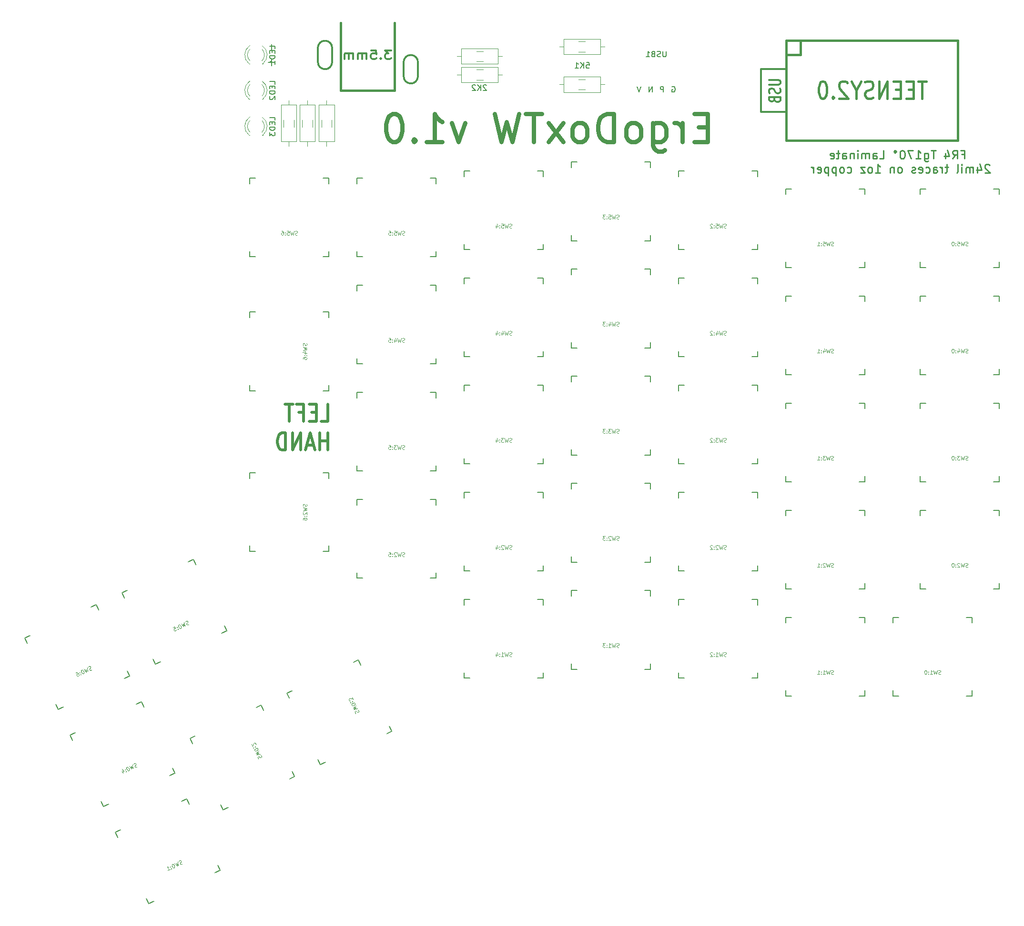
<source format=gbr>
G04 #@! TF.GenerationSoftware,KiCad,Pcbnew,(5.1.4)-1*
G04 #@! TF.CreationDate,2019-09-13T04:19:27+08:00*
G04 #@! TF.ProjectId,ErgoDoxTW,4572676f-446f-4785-9457-2e6b69636164,rev?*
G04 #@! TF.SameCoordinates,Original*
G04 #@! TF.FileFunction,Legend,Bot*
G04 #@! TF.FilePolarity,Positive*
%FSLAX46Y46*%
G04 Gerber Fmt 4.6, Leading zero omitted, Abs format (unit mm)*
G04 Created by KiCad (PCBNEW (5.1.4)-1) date 2019-09-13 04:19:27*
%MOMM*%
%LPD*%
G04 APERTURE LIST*
%ADD10C,0.250000*%
%ADD11C,0.750000*%
%ADD12C,0.150000*%
%ADD13C,0.304800*%
%ADD14C,0.508000*%
%ADD15C,0.120000*%
%ADD16C,0.381000*%
%ADD17C,0.300000*%
%ADD18C,0.100000*%
%ADD19C,0.457200*%
G04 APERTURE END LIST*
D10*
X201750126Y-45221211D02*
X202250126Y-45221211D01*
X202250126Y-46006925D02*
X202250126Y-44506925D01*
X201535840Y-44506925D01*
X200107269Y-46006925D02*
X200607269Y-45292639D01*
X200964412Y-46006925D02*
X200964412Y-44506925D01*
X200392983Y-44506925D01*
X200250126Y-44578354D01*
X200178697Y-44649782D01*
X200107269Y-44792639D01*
X200107269Y-45006925D01*
X200178697Y-45149782D01*
X200250126Y-45221211D01*
X200392983Y-45292639D01*
X200964412Y-45292639D01*
X198821555Y-45006925D02*
X198821555Y-46006925D01*
X199178697Y-44435496D02*
X199535840Y-45506925D01*
X198607269Y-45506925D01*
X197107269Y-44506925D02*
X196250126Y-44506925D01*
X196678697Y-46006925D02*
X196678697Y-44506925D01*
X195107269Y-45006925D02*
X195107269Y-46221211D01*
X195178697Y-46364068D01*
X195250126Y-46435496D01*
X195392983Y-46506925D01*
X195607269Y-46506925D01*
X195750126Y-46435496D01*
X195107269Y-45935496D02*
X195250126Y-46006925D01*
X195535840Y-46006925D01*
X195678697Y-45935496D01*
X195750126Y-45864068D01*
X195821555Y-45721211D01*
X195821555Y-45292639D01*
X195750126Y-45149782D01*
X195678697Y-45078354D01*
X195535840Y-45006925D01*
X195250126Y-45006925D01*
X195107269Y-45078354D01*
X193607269Y-46006925D02*
X194464412Y-46006925D01*
X194035840Y-46006925D02*
X194035840Y-44506925D01*
X194178697Y-44721211D01*
X194321555Y-44864068D01*
X194464412Y-44935496D01*
X193107269Y-44506925D02*
X192107269Y-44506925D01*
X192750126Y-46006925D01*
X191250126Y-44506925D02*
X191107269Y-44506925D01*
X190964412Y-44578354D01*
X190892983Y-44649782D01*
X190821555Y-44792639D01*
X190750126Y-45078354D01*
X190750126Y-45435496D01*
X190821555Y-45721211D01*
X190892983Y-45864068D01*
X190964412Y-45935496D01*
X191107269Y-46006925D01*
X191250126Y-46006925D01*
X191392983Y-45935496D01*
X191464412Y-45864068D01*
X191535840Y-45721211D01*
X191607269Y-45435496D01*
X191607269Y-45078354D01*
X191535840Y-44792639D01*
X191464412Y-44649782D01*
X191392983Y-44578354D01*
X191250126Y-44506925D01*
X189892983Y-44506925D02*
X190035840Y-44578354D01*
X190107269Y-44721211D01*
X190035840Y-44864068D01*
X189892983Y-44935496D01*
X189750126Y-44864068D01*
X189678697Y-44721211D01*
X189750126Y-44578354D01*
X189892983Y-44506925D01*
X187107269Y-46006925D02*
X187821555Y-46006925D01*
X187821555Y-44506925D01*
X185964412Y-46006925D02*
X185964412Y-45221211D01*
X186035840Y-45078354D01*
X186178697Y-45006925D01*
X186464412Y-45006925D01*
X186607269Y-45078354D01*
X185964412Y-45935496D02*
X186107269Y-46006925D01*
X186464412Y-46006925D01*
X186607269Y-45935496D01*
X186678697Y-45792639D01*
X186678697Y-45649782D01*
X186607269Y-45506925D01*
X186464412Y-45435496D01*
X186107269Y-45435496D01*
X185964412Y-45364068D01*
X185250126Y-46006925D02*
X185250126Y-45006925D01*
X185250126Y-45149782D02*
X185178697Y-45078354D01*
X185035840Y-45006925D01*
X184821555Y-45006925D01*
X184678697Y-45078354D01*
X184607269Y-45221211D01*
X184607269Y-46006925D01*
X184607269Y-45221211D02*
X184535840Y-45078354D01*
X184392983Y-45006925D01*
X184178697Y-45006925D01*
X184035840Y-45078354D01*
X183964412Y-45221211D01*
X183964412Y-46006925D01*
X183250126Y-46006925D02*
X183250126Y-45006925D01*
X183250126Y-44506925D02*
X183321555Y-44578354D01*
X183250126Y-44649782D01*
X183178697Y-44578354D01*
X183250126Y-44506925D01*
X183250126Y-44649782D01*
X182535840Y-45006925D02*
X182535840Y-46006925D01*
X182535840Y-45149782D02*
X182464412Y-45078354D01*
X182321555Y-45006925D01*
X182107269Y-45006925D01*
X181964412Y-45078354D01*
X181892983Y-45221211D01*
X181892983Y-46006925D01*
X180535840Y-46006925D02*
X180535840Y-45221211D01*
X180607269Y-45078354D01*
X180750126Y-45006925D01*
X181035840Y-45006925D01*
X181178697Y-45078354D01*
X180535840Y-45935496D02*
X180678697Y-46006925D01*
X181035840Y-46006925D01*
X181178697Y-45935496D01*
X181250126Y-45792639D01*
X181250126Y-45649782D01*
X181178697Y-45506925D01*
X181035840Y-45435496D01*
X180678697Y-45435496D01*
X180535840Y-45364068D01*
X180035840Y-45006925D02*
X179464412Y-45006925D01*
X179821555Y-44506925D02*
X179821555Y-45792639D01*
X179750126Y-45935496D01*
X179607269Y-46006925D01*
X179464412Y-46006925D01*
X178392983Y-45935496D02*
X178535840Y-46006925D01*
X178821555Y-46006925D01*
X178964412Y-45935496D01*
X179035840Y-45792639D01*
X179035840Y-45221211D01*
X178964412Y-45078354D01*
X178821555Y-45006925D01*
X178535840Y-45006925D01*
X178392983Y-45078354D01*
X178321555Y-45221211D01*
X178321555Y-45364068D01*
X179035840Y-45506925D01*
X206678697Y-47149782D02*
X206607269Y-47078354D01*
X206464412Y-47006925D01*
X206107269Y-47006925D01*
X205964412Y-47078354D01*
X205892983Y-47149782D01*
X205821555Y-47292639D01*
X205821555Y-47435496D01*
X205892983Y-47649782D01*
X206750126Y-48506925D01*
X205821555Y-48506925D01*
X204535840Y-47506925D02*
X204535840Y-48506925D01*
X204892983Y-46935496D02*
X205250126Y-48006925D01*
X204321555Y-48006925D01*
X203750126Y-48506925D02*
X203750126Y-47506925D01*
X203750126Y-47649782D02*
X203678697Y-47578354D01*
X203535840Y-47506925D01*
X203321555Y-47506925D01*
X203178697Y-47578354D01*
X203107269Y-47721211D01*
X203107269Y-48506925D01*
X203107269Y-47721211D02*
X203035840Y-47578354D01*
X202892983Y-47506925D01*
X202678697Y-47506925D01*
X202535840Y-47578354D01*
X202464412Y-47721211D01*
X202464412Y-48506925D01*
X201750126Y-48506925D02*
X201750126Y-47506925D01*
X201750126Y-47006925D02*
X201821555Y-47078354D01*
X201750126Y-47149782D01*
X201678697Y-47078354D01*
X201750126Y-47006925D01*
X201750126Y-47149782D01*
X200821555Y-48506925D02*
X200964412Y-48435496D01*
X201035840Y-48292639D01*
X201035840Y-47006925D01*
X199321555Y-47506925D02*
X198750126Y-47506925D01*
X199107269Y-47006925D02*
X199107269Y-48292639D01*
X199035840Y-48435496D01*
X198892983Y-48506925D01*
X198750126Y-48506925D01*
X198250126Y-48506925D02*
X198250126Y-47506925D01*
X198250126Y-47792639D02*
X198178697Y-47649782D01*
X198107269Y-47578354D01*
X197964412Y-47506925D01*
X197821555Y-47506925D01*
X196678697Y-48506925D02*
X196678697Y-47721211D01*
X196750126Y-47578354D01*
X196892983Y-47506925D01*
X197178697Y-47506925D01*
X197321555Y-47578354D01*
X196678697Y-48435496D02*
X196821555Y-48506925D01*
X197178697Y-48506925D01*
X197321555Y-48435496D01*
X197392983Y-48292639D01*
X197392983Y-48149782D01*
X197321555Y-48006925D01*
X197178697Y-47935496D01*
X196821555Y-47935496D01*
X196678697Y-47864068D01*
X195321555Y-48435496D02*
X195464412Y-48506925D01*
X195750126Y-48506925D01*
X195892983Y-48435496D01*
X195964412Y-48364068D01*
X196035840Y-48221211D01*
X196035840Y-47792639D01*
X195964412Y-47649782D01*
X195892983Y-47578354D01*
X195750126Y-47506925D01*
X195464412Y-47506925D01*
X195321555Y-47578354D01*
X194107269Y-48435496D02*
X194250126Y-48506925D01*
X194535840Y-48506925D01*
X194678697Y-48435496D01*
X194750126Y-48292639D01*
X194750126Y-47721211D01*
X194678697Y-47578354D01*
X194535840Y-47506925D01*
X194250126Y-47506925D01*
X194107269Y-47578354D01*
X194035840Y-47721211D01*
X194035840Y-47864068D01*
X194750126Y-48006925D01*
X193464412Y-48435496D02*
X193321555Y-48506925D01*
X193035840Y-48506925D01*
X192892983Y-48435496D01*
X192821555Y-48292639D01*
X192821555Y-48221211D01*
X192892983Y-48078354D01*
X193035840Y-48006925D01*
X193250126Y-48006925D01*
X193392983Y-47935496D01*
X193464412Y-47792639D01*
X193464412Y-47721211D01*
X193392983Y-47578354D01*
X193250126Y-47506925D01*
X193035840Y-47506925D01*
X192892983Y-47578354D01*
X190821555Y-48506925D02*
X190964412Y-48435496D01*
X191035840Y-48364068D01*
X191107269Y-48221211D01*
X191107269Y-47792639D01*
X191035840Y-47649782D01*
X190964412Y-47578354D01*
X190821555Y-47506925D01*
X190607269Y-47506925D01*
X190464412Y-47578354D01*
X190392983Y-47649782D01*
X190321555Y-47792639D01*
X190321555Y-48221211D01*
X190392983Y-48364068D01*
X190464412Y-48435496D01*
X190607269Y-48506925D01*
X190821555Y-48506925D01*
X189678697Y-47506925D02*
X189678697Y-48506925D01*
X189678697Y-47649782D02*
X189607269Y-47578354D01*
X189464412Y-47506925D01*
X189250126Y-47506925D01*
X189107269Y-47578354D01*
X189035840Y-47721211D01*
X189035840Y-48506925D01*
X186392983Y-48506925D02*
X187250126Y-48506925D01*
X186821555Y-48506925D02*
X186821555Y-47006925D01*
X186964412Y-47221211D01*
X187107269Y-47364068D01*
X187250126Y-47435496D01*
X185535840Y-48506925D02*
X185678697Y-48435496D01*
X185750126Y-48364068D01*
X185821555Y-48221211D01*
X185821555Y-47792639D01*
X185750126Y-47649782D01*
X185678697Y-47578354D01*
X185535840Y-47506925D01*
X185321555Y-47506925D01*
X185178697Y-47578354D01*
X185107269Y-47649782D01*
X185035840Y-47792639D01*
X185035840Y-48221211D01*
X185107269Y-48364068D01*
X185178697Y-48435496D01*
X185321555Y-48506925D01*
X185535840Y-48506925D01*
X184535840Y-47506925D02*
X183750126Y-47506925D01*
X184535840Y-48506925D01*
X183750126Y-48506925D01*
X181392983Y-48435496D02*
X181535840Y-48506925D01*
X181821555Y-48506925D01*
X181964412Y-48435496D01*
X182035840Y-48364068D01*
X182107269Y-48221211D01*
X182107269Y-47792639D01*
X182035840Y-47649782D01*
X181964412Y-47578354D01*
X181821555Y-47506925D01*
X181535840Y-47506925D01*
X181392983Y-47578354D01*
X180535840Y-48506925D02*
X180678697Y-48435496D01*
X180750126Y-48364068D01*
X180821555Y-48221211D01*
X180821555Y-47792639D01*
X180750126Y-47649782D01*
X180678697Y-47578354D01*
X180535840Y-47506925D01*
X180321555Y-47506925D01*
X180178697Y-47578354D01*
X180107269Y-47649782D01*
X180035840Y-47792639D01*
X180035840Y-48221211D01*
X180107269Y-48364068D01*
X180178697Y-48435496D01*
X180321555Y-48506925D01*
X180535840Y-48506925D01*
X179392983Y-47506925D02*
X179392983Y-49006925D01*
X179392983Y-47578354D02*
X179250126Y-47506925D01*
X178964412Y-47506925D01*
X178821555Y-47578354D01*
X178750126Y-47649782D01*
X178678697Y-47792639D01*
X178678697Y-48221211D01*
X178750126Y-48364068D01*
X178821555Y-48435496D01*
X178964412Y-48506925D01*
X179250126Y-48506925D01*
X179392983Y-48435496D01*
X178035840Y-47506925D02*
X178035840Y-49006925D01*
X178035840Y-47578354D02*
X177892983Y-47506925D01*
X177607269Y-47506925D01*
X177464412Y-47578354D01*
X177392983Y-47649782D01*
X177321555Y-47792639D01*
X177321555Y-48221211D01*
X177392983Y-48364068D01*
X177464412Y-48435496D01*
X177607269Y-48506925D01*
X177892983Y-48506925D01*
X178035840Y-48435496D01*
X176107269Y-48435496D02*
X176250126Y-48506925D01*
X176535840Y-48506925D01*
X176678697Y-48435496D01*
X176750126Y-48292639D01*
X176750126Y-47721211D01*
X176678697Y-47578354D01*
X176535840Y-47506925D01*
X176250126Y-47506925D01*
X176107269Y-47578354D01*
X176035840Y-47721211D01*
X176035840Y-47864068D01*
X176750126Y-48006925D01*
X175392983Y-48506925D02*
X175392983Y-47506925D01*
X175392983Y-47792639D02*
X175321555Y-47649782D01*
X175250126Y-47578354D01*
X175107269Y-47506925D01*
X174964412Y-47506925D01*
D11*
X156602354Y-40374132D02*
X154935688Y-40374132D01*
X154221402Y-42993179D02*
X156602354Y-42993179D01*
X156602354Y-37993179D01*
X154221402Y-37993179D01*
X152078545Y-42993179D02*
X152078545Y-39659846D01*
X152078545Y-40612227D02*
X151840450Y-40136036D01*
X151602354Y-39897941D01*
X151126164Y-39659846D01*
X150649974Y-39659846D01*
X146840450Y-39659846D02*
X146840450Y-43707465D01*
X147078545Y-44183655D01*
X147316640Y-44421751D01*
X147792831Y-44659846D01*
X148507116Y-44659846D01*
X148983307Y-44421751D01*
X146840450Y-42755084D02*
X147316640Y-42993179D01*
X148269021Y-42993179D01*
X148745212Y-42755084D01*
X148983307Y-42516989D01*
X149221402Y-42040798D01*
X149221402Y-40612227D01*
X148983307Y-40136036D01*
X148745212Y-39897941D01*
X148269021Y-39659846D01*
X147316640Y-39659846D01*
X146840450Y-39897941D01*
X143745212Y-42993179D02*
X144221402Y-42755084D01*
X144459497Y-42516989D01*
X144697593Y-42040798D01*
X144697593Y-40612227D01*
X144459497Y-40136036D01*
X144221402Y-39897941D01*
X143745212Y-39659846D01*
X143030926Y-39659846D01*
X142554735Y-39897941D01*
X142316640Y-40136036D01*
X142078545Y-40612227D01*
X142078545Y-42040798D01*
X142316640Y-42516989D01*
X142554735Y-42755084D01*
X143030926Y-42993179D01*
X143745212Y-42993179D01*
X139935688Y-42993179D02*
X139935688Y-37993179D01*
X138745212Y-37993179D01*
X138030926Y-38231275D01*
X137554735Y-38707465D01*
X137316640Y-39183655D01*
X137078545Y-40136036D01*
X137078545Y-40850322D01*
X137316640Y-41802703D01*
X137554735Y-42278894D01*
X138030926Y-42755084D01*
X138745212Y-42993179D01*
X139935688Y-42993179D01*
X134221402Y-42993179D02*
X134697593Y-42755084D01*
X134935688Y-42516989D01*
X135173783Y-42040798D01*
X135173783Y-40612227D01*
X134935688Y-40136036D01*
X134697593Y-39897941D01*
X134221402Y-39659846D01*
X133507116Y-39659846D01*
X133030926Y-39897941D01*
X132792831Y-40136036D01*
X132554735Y-40612227D01*
X132554735Y-42040798D01*
X132792831Y-42516989D01*
X133030926Y-42755084D01*
X133507116Y-42993179D01*
X134221402Y-42993179D01*
X130888069Y-42993179D02*
X128269021Y-39659846D01*
X130888069Y-39659846D02*
X128269021Y-42993179D01*
X127078545Y-37993179D02*
X124221402Y-37993179D01*
X125649974Y-42993179D02*
X125649974Y-37993179D01*
X123030926Y-37993179D02*
X121840450Y-42993179D01*
X120888069Y-39421751D01*
X119935688Y-42993179D01*
X118745212Y-37993179D01*
X113507116Y-39659846D02*
X112316640Y-42993179D01*
X111126164Y-39659846D01*
X106602354Y-42993179D02*
X109459497Y-42993179D01*
X108030926Y-42993179D02*
X108030926Y-37993179D01*
X108507116Y-38707465D01*
X108983307Y-39183655D01*
X109459497Y-39421751D01*
X104459497Y-42516989D02*
X104221402Y-42755084D01*
X104459497Y-42993179D01*
X104697593Y-42755084D01*
X104459497Y-42516989D01*
X104459497Y-42993179D01*
X101126164Y-37993179D02*
X100649974Y-37993179D01*
X100173783Y-38231275D01*
X99935688Y-38469370D01*
X99697593Y-38945560D01*
X99459497Y-39897941D01*
X99459497Y-41088417D01*
X99697593Y-42040798D01*
X99935688Y-42516989D01*
X100173783Y-42755084D01*
X100649974Y-42993179D01*
X101126164Y-42993179D01*
X101602354Y-42755084D01*
X101840450Y-42516989D01*
X102078545Y-42040798D01*
X102316640Y-41088417D01*
X102316640Y-39897941D01*
X102078545Y-38945560D01*
X101840450Y-38469370D01*
X101602354Y-38231275D01*
X101126164Y-37993179D01*
D12*
X79683146Y-28851331D02*
X78522003Y-28851331D01*
X79102575Y-29431902D02*
X79102575Y-28270759D01*
X79084432Y-25621903D02*
X79084432Y-26783046D01*
D13*
X166072174Y-37708675D02*
X170517175Y-37708674D01*
X166072175Y-30088675D02*
X166072174Y-37708675D01*
X170517175Y-30088674D02*
X166072175Y-30088675D01*
X167499413Y-31975532D02*
X169144365Y-31975532D01*
X169337889Y-32048103D01*
X169434651Y-32120675D01*
X169531413Y-32265817D01*
X169531413Y-32556103D01*
X169434651Y-32701246D01*
X169337889Y-32773817D01*
X169144365Y-32846389D01*
X167499413Y-32846389D01*
X169434651Y-33499532D02*
X169531413Y-33717246D01*
X169531413Y-34080103D01*
X169434651Y-34225246D01*
X169337889Y-34297817D01*
X169144365Y-34370389D01*
X168950841Y-34370389D01*
X168757317Y-34297817D01*
X168660555Y-34225246D01*
X168563794Y-34080103D01*
X168467032Y-33789817D01*
X168370270Y-33644675D01*
X168273508Y-33572103D01*
X168079984Y-33499532D01*
X167886460Y-33499532D01*
X167692936Y-33572103D01*
X167596175Y-33644675D01*
X167499413Y-33789817D01*
X167499413Y-34152675D01*
X167596175Y-34370389D01*
X168467032Y-35531532D02*
X168563794Y-35749246D01*
X168660555Y-35821817D01*
X168854079Y-35894389D01*
X169144365Y-35894389D01*
X169337889Y-35821817D01*
X169434651Y-35749246D01*
X169531413Y-35604103D01*
X169531413Y-35023532D01*
X167499413Y-35023532D01*
X167499413Y-35531532D01*
X167596175Y-35676675D01*
X167692936Y-35749246D01*
X167886460Y-35821817D01*
X168079984Y-35821817D01*
X168273508Y-35749246D01*
X168370270Y-35676675D01*
X168467032Y-35531532D01*
X168467032Y-35023532D01*
D14*
X87892788Y-92727251D02*
X89102312Y-92727251D01*
X89102312Y-89679251D01*
X87046121Y-91130679D02*
X86199454Y-91130679D01*
X85836597Y-92727251D02*
X87046121Y-92727251D01*
X87046121Y-89679251D01*
X85836597Y-89679251D01*
X83901359Y-91130679D02*
X84748026Y-91130679D01*
X84748026Y-92727251D02*
X84748026Y-89679251D01*
X83538502Y-89679251D01*
X82933740Y-89679251D02*
X81482312Y-89679251D01*
X82208026Y-92727251D02*
X82208026Y-89679251D01*
X89102312Y-97807251D02*
X89102312Y-94759251D01*
X89102312Y-96210679D02*
X87650883Y-96210679D01*
X87650883Y-97807251D02*
X87650883Y-94759251D01*
X86562312Y-96936394D02*
X85352788Y-96936394D01*
X86804216Y-97807251D02*
X85957550Y-94759251D01*
X85110883Y-97807251D01*
X84264216Y-97807251D02*
X84264216Y-94759251D01*
X82812788Y-97807251D01*
X82812788Y-94759251D01*
X81603264Y-97807251D02*
X81603264Y-94759251D01*
X80998502Y-94759251D01*
X80635645Y-94904394D01*
X80393740Y-95194679D01*
X80272788Y-95484965D01*
X80151835Y-96065536D01*
X80151835Y-96500965D01*
X80272788Y-97081536D01*
X80393740Y-97371822D01*
X80635645Y-97662108D01*
X80998502Y-97807251D01*
X81603264Y-97807251D01*
D12*
X41175393Y-143925554D02*
X40752775Y-143019247D01*
X42081701Y-143502936D02*
X41175393Y-143925554D01*
X53441084Y-137102591D02*
X53863702Y-138008899D01*
X53863702Y-138008899D02*
X52957395Y-138431517D01*
X47040739Y-125743208D02*
X47947047Y-125320590D01*
X35258738Y-131237245D02*
X36165045Y-130814627D01*
X35681356Y-132143553D02*
X35258738Y-131237245D01*
X47947047Y-125320590D02*
X48369665Y-126226897D01*
X83203279Y-155856654D02*
X82296972Y-156279272D01*
X82780661Y-154950346D02*
X83203279Y-155856654D01*
X76380316Y-143590963D02*
X77286624Y-143168345D01*
X77286624Y-143168345D02*
X77709242Y-144074652D01*
X65020933Y-149991308D02*
X64598315Y-149085000D01*
X70514970Y-161773309D02*
X70092352Y-160867002D01*
X71421278Y-161350691D02*
X70514970Y-161773309D01*
X64598315Y-149085000D02*
X65504622Y-148662382D01*
D15*
X120095526Y-27785528D02*
X119325526Y-27785528D01*
X112015526Y-27785528D02*
X112785526Y-27785528D01*
X119325526Y-29155528D02*
X112785526Y-29155528D01*
X119325526Y-26415528D02*
X119325526Y-29155528D01*
X112785526Y-26415528D02*
X119325526Y-26415528D01*
X112785526Y-29155528D02*
X112785526Y-26415528D01*
X130227025Y-26075498D02*
X130997025Y-26075498D01*
X138307025Y-26075498D02*
X137537025Y-26075498D01*
X130997025Y-24705498D02*
X137537025Y-24705498D01*
X130997025Y-27445498D02*
X130997025Y-24705498D01*
X137537025Y-27445498D02*
X130997025Y-27445498D01*
X137537025Y-24705498D02*
X137537025Y-27445498D01*
X120101970Y-31071803D02*
X119331970Y-31071803D01*
X112021970Y-31071803D02*
X112791970Y-31071803D01*
X119331970Y-32441803D02*
X112791970Y-32441803D01*
X119331970Y-29701803D02*
X119331970Y-32441803D01*
X112791970Y-29701803D02*
X119331970Y-29701803D01*
X112791970Y-32441803D02*
X112791970Y-29701803D01*
X130226837Y-32797474D02*
X130996837Y-32797474D01*
X138306837Y-32797474D02*
X137536837Y-32797474D01*
X130996837Y-31427474D02*
X137536837Y-31427474D01*
X130996837Y-34167474D02*
X130996837Y-31427474D01*
X137536837Y-34167474D02*
X130996837Y-34167474D01*
X137536837Y-31427474D02*
X137536837Y-34167474D01*
X75247054Y-26507652D02*
G75*
G03X75246891Y-28589743I1079837J-1041130D01*
G01*
X77406728Y-26507652D02*
G75*
G02X77406891Y-28589743I-1079837J-1041130D01*
G01*
X75248283Y-25876447D02*
G75*
G03X75091375Y-29108782I1078608J-1672335D01*
G01*
X77405499Y-25876447D02*
G75*
G02X77562407Y-29108782I-1078608J-1672335D01*
G01*
X75246891Y-29108782D02*
X75090891Y-29108782D01*
X77562891Y-29108782D02*
X77406891Y-29108782D01*
X134848147Y-26985444D02*
X133644019Y-26985444D01*
X134848147Y-25165444D02*
X133644019Y-25165444D01*
X134846640Y-33716421D02*
X133642512Y-33716421D01*
X134846640Y-31896421D02*
X133642512Y-31896421D01*
X75247278Y-39207537D02*
G75*
G03X75247115Y-41289628I1079837J-1041130D01*
G01*
X77406952Y-39207537D02*
G75*
G02X77407115Y-41289628I-1079837J-1041130D01*
G01*
X75248507Y-38576332D02*
G75*
G03X75091599Y-41808667I1078608J-1672335D01*
G01*
X77405723Y-38576332D02*
G75*
G02X77562631Y-41808667I-1078608J-1672335D01*
G01*
X75247115Y-41808667D02*
X75091115Y-41808667D01*
X77563115Y-41808667D02*
X77407115Y-41808667D01*
X75247528Y-32807498D02*
G75*
G03X75247365Y-34889589I1079837J-1041130D01*
G01*
X77407202Y-32807498D02*
G75*
G02X77407365Y-34889589I-1079837J-1041130D01*
G01*
X75248757Y-32176293D02*
G75*
G03X75091849Y-35408628I1078608J-1672335D01*
G01*
X77405973Y-32176293D02*
G75*
G02X77562881Y-35408628I-1078608J-1672335D01*
G01*
X75247365Y-35408628D02*
X75091365Y-35408628D01*
X77563365Y-35408628D02*
X77407365Y-35408628D01*
D12*
X194382609Y-103456587D02*
X194382609Y-102456587D01*
X195382609Y-103456587D02*
X194382609Y-103456587D01*
X208382609Y-102456587D02*
X208382609Y-103456587D01*
X208382609Y-103456587D02*
X207382609Y-103456587D01*
X207382609Y-89456587D02*
X208382609Y-89456587D01*
X194382609Y-89456587D02*
X195382609Y-89456587D01*
X194382609Y-90456587D02*
X194382609Y-89456587D01*
X208382609Y-89456587D02*
X208382609Y-90456587D01*
X194382366Y-84405777D02*
X194382366Y-83405777D01*
X195382366Y-84405777D02*
X194382366Y-84405777D01*
X208382366Y-83405777D02*
X208382366Y-84405777D01*
X208382366Y-84405777D02*
X207382366Y-84405777D01*
X207382366Y-70405777D02*
X208382366Y-70405777D01*
X194382366Y-70405777D02*
X195382366Y-70405777D01*
X194382366Y-71405777D02*
X194382366Y-70405777D01*
X208382366Y-70405777D02*
X208382366Y-71405777D01*
X194382430Y-122506490D02*
X194382430Y-121506490D01*
X195382430Y-122506490D02*
X194382430Y-122506490D01*
X208382430Y-121506490D02*
X208382430Y-122506490D01*
X208382430Y-122506490D02*
X207382430Y-122506490D01*
X207382430Y-108506490D02*
X208382430Y-108506490D01*
X194382430Y-108506490D02*
X195382430Y-108506490D01*
X194382430Y-109506490D02*
X194382430Y-108506490D01*
X208382430Y-108506490D02*
X208382430Y-109506490D01*
X194382001Y-65359437D02*
X194382001Y-64359437D01*
X195382001Y-65359437D02*
X194382001Y-65359437D01*
X208382001Y-64359437D02*
X208382001Y-65359437D01*
X208382001Y-65359437D02*
X207382001Y-65359437D01*
X207382001Y-51359437D02*
X208382001Y-51359437D01*
X194382001Y-51359437D02*
X195382001Y-51359437D01*
X194382001Y-52359437D02*
X194382001Y-51359437D01*
X208382001Y-51359437D02*
X208382001Y-52359437D01*
X58439650Y-135875099D02*
X58017032Y-134968792D01*
X59345958Y-135452481D02*
X58439650Y-135875099D01*
X70705341Y-129052136D02*
X71127959Y-129958444D01*
X71127959Y-129958444D02*
X70221652Y-130381062D01*
X64304996Y-117692753D02*
X65211304Y-117270135D01*
X52522995Y-123186790D02*
X53429302Y-122764172D01*
X52945613Y-124093098D02*
X52522995Y-123186790D01*
X65211304Y-117270135D02*
X65633922Y-118176442D01*
X94301765Y-120601968D02*
X94301765Y-119601968D01*
X95301765Y-120601968D02*
X94301765Y-120601968D01*
X108301765Y-119601968D02*
X108301765Y-120601968D01*
X108301765Y-120601968D02*
X107301765Y-120601968D01*
X107301765Y-106601968D02*
X108301765Y-106601968D01*
X94301765Y-106601968D02*
X95301765Y-106601968D01*
X94301765Y-107601968D02*
X94301765Y-106601968D01*
X108301765Y-106601968D02*
X108301765Y-107601968D01*
X132402655Y-60583581D02*
X132402655Y-59583581D01*
X133402655Y-60583581D02*
X132402655Y-60583581D01*
X146402655Y-59583581D02*
X146402655Y-60583581D01*
X146402655Y-60583581D02*
X145402655Y-60583581D01*
X145402655Y-46583581D02*
X146402655Y-46583581D01*
X132402655Y-46583581D02*
X133402655Y-46583581D01*
X132402655Y-47583581D02*
X132402655Y-46583581D01*
X146402655Y-46583581D02*
X146402655Y-47583581D01*
X94301989Y-63453949D02*
X94301989Y-62453949D01*
X95301989Y-63453949D02*
X94301989Y-63453949D01*
X108301989Y-62453949D02*
X108301989Y-63453949D01*
X108301989Y-63453949D02*
X107301989Y-63453949D01*
X107301989Y-49453949D02*
X108301989Y-49453949D01*
X94301989Y-49453949D02*
X95301989Y-49453949D01*
X94301989Y-50453949D02*
X94301989Y-49453949D01*
X108301989Y-49453949D02*
X108301989Y-50453949D01*
X113351859Y-81231328D02*
X113351859Y-80231328D01*
X114351859Y-81231328D02*
X113351859Y-81231328D01*
X127351859Y-80231328D02*
X127351859Y-81231328D01*
X127351859Y-81231328D02*
X126351859Y-81231328D01*
X126351859Y-67231328D02*
X127351859Y-67231328D01*
X113351859Y-67231328D02*
X114351859Y-67231328D01*
X113351859Y-68231328D02*
X113351859Y-67231328D01*
X127351859Y-67231328D02*
X127351859Y-68231328D01*
X132402475Y-79633484D02*
X132402475Y-78633484D01*
X133402475Y-79633484D02*
X132402475Y-79633484D01*
X146402475Y-78633484D02*
X146402475Y-79633484D01*
X146402475Y-79633484D02*
X145402475Y-79633484D01*
X145402475Y-65633484D02*
X146402475Y-65633484D01*
X132402475Y-65633484D02*
X133402475Y-65633484D01*
X132402475Y-66633484D02*
X132402475Y-65633484D01*
X146402475Y-65633484D02*
X146402475Y-66633484D01*
X94301702Y-82501255D02*
X94301702Y-81501255D01*
X95301702Y-82501255D02*
X94301702Y-82501255D01*
X108301702Y-81501255D02*
X108301702Y-82501255D01*
X108301702Y-82501255D02*
X107301702Y-82501255D01*
X107301702Y-68501255D02*
X108301702Y-68501255D01*
X94301702Y-68501255D02*
X95301702Y-68501255D01*
X94301702Y-69501255D02*
X94301702Y-68501255D01*
X108301702Y-68501255D02*
X108301702Y-69501255D01*
X89251844Y-87264336D02*
X88251844Y-87264336D01*
X89251844Y-86264336D02*
X89251844Y-87264336D01*
X88251844Y-73264336D02*
X89251844Y-73264336D01*
X89251844Y-73264336D02*
X89251844Y-74264336D01*
X75251844Y-74264336D02*
X75251844Y-73264336D01*
X75251844Y-87264336D02*
X75251844Y-86264336D01*
X76251844Y-87264336D02*
X75251844Y-87264336D01*
X75251844Y-73264336D02*
X76251844Y-73264336D01*
X113352039Y-62181424D02*
X113352039Y-61181424D01*
X114352039Y-62181424D02*
X113352039Y-62181424D01*
X127352039Y-61181424D02*
X127352039Y-62181424D01*
X127352039Y-62181424D02*
X126352039Y-62181424D01*
X126352039Y-48181424D02*
X127352039Y-48181424D01*
X113352039Y-48181424D02*
X114352039Y-48181424D01*
X113352039Y-49181424D02*
X113352039Y-48181424D01*
X127352039Y-48181424D02*
X127352039Y-49181424D01*
X170502202Y-65358377D02*
X170502202Y-64358377D01*
X171502202Y-65358377D02*
X170502202Y-65358377D01*
X184502202Y-64358377D02*
X184502202Y-65358377D01*
X184502202Y-65358377D02*
X183502202Y-65358377D01*
X183502202Y-51358377D02*
X184502202Y-51358377D01*
X170502202Y-51358377D02*
X171502202Y-51358377D01*
X170502202Y-52358377D02*
X170502202Y-51358377D01*
X184502202Y-51358377D02*
X184502202Y-52358377D01*
X151451846Y-62181784D02*
X151451846Y-61181784D01*
X152451846Y-62181784D02*
X151451846Y-62181784D01*
X165451846Y-61181784D02*
X165451846Y-62181784D01*
X165451846Y-62181784D02*
X164451846Y-62181784D01*
X164451846Y-48181784D02*
X165451846Y-48181784D01*
X151451846Y-48181784D02*
X152451846Y-48181784D01*
X151451846Y-49181784D02*
X151451846Y-48181784D01*
X165451846Y-48181784D02*
X165451846Y-49181784D01*
X170502084Y-84406046D02*
X170502084Y-83406046D01*
X171502084Y-84406046D02*
X170502084Y-84406046D01*
X184502084Y-83406046D02*
X184502084Y-84406046D01*
X184502084Y-84406046D02*
X183502084Y-84406046D01*
X183502084Y-70406046D02*
X184502084Y-70406046D01*
X170502084Y-70406046D02*
X171502084Y-70406046D01*
X170502084Y-71406046D02*
X170502084Y-70406046D01*
X184502084Y-70406046D02*
X184502084Y-71406046D01*
X151452572Y-81231265D02*
X151452572Y-80231265D01*
X152452572Y-81231265D02*
X151452572Y-81231265D01*
X165452572Y-80231265D02*
X165452572Y-81231265D01*
X165452572Y-81231265D02*
X164452572Y-81231265D01*
X164452572Y-67231265D02*
X165452572Y-67231265D01*
X151452572Y-67231265D02*
X152452572Y-67231265D01*
X151452572Y-68231265D02*
X151452572Y-67231265D01*
X165452572Y-67231265D02*
X165452572Y-68231265D01*
X170502326Y-103456856D02*
X170502326Y-102456856D01*
X171502326Y-103456856D02*
X170502326Y-103456856D01*
X184502326Y-102456856D02*
X184502326Y-103456856D01*
X184502326Y-103456856D02*
X183502326Y-103456856D01*
X183502326Y-89456856D02*
X184502326Y-89456856D01*
X170502326Y-89456856D02*
X171502326Y-89456856D01*
X170502326Y-90456856D02*
X170502326Y-89456856D01*
X184502326Y-89456856D02*
X184502326Y-90456856D01*
X151452393Y-100281168D02*
X151452393Y-99281168D01*
X152452393Y-100281168D02*
X151452393Y-100281168D01*
X165452393Y-99281168D02*
X165452393Y-100281168D01*
X165452393Y-100281168D02*
X164452393Y-100281168D01*
X164452393Y-86281168D02*
X165452393Y-86281168D01*
X151452393Y-86281168D02*
X152452393Y-86281168D01*
X151452393Y-87281168D02*
X151452393Y-86281168D01*
X165452393Y-86281168D02*
X165452393Y-87281168D01*
X132402296Y-98683388D02*
X132402296Y-97683388D01*
X133402296Y-98683388D02*
X132402296Y-98683388D01*
X146402296Y-97683388D02*
X146402296Y-98683388D01*
X146402296Y-98683388D02*
X145402296Y-98683388D01*
X145402296Y-84683388D02*
X146402296Y-84683388D01*
X132402296Y-84683388D02*
X133402296Y-84683388D01*
X132402296Y-85683388D02*
X132402296Y-84683388D01*
X146402296Y-84683388D02*
X146402296Y-85683388D01*
X113352102Y-100282138D02*
X113352102Y-99282138D01*
X114352102Y-100282138D02*
X113352102Y-100282138D01*
X127352102Y-99282138D02*
X127352102Y-100282138D01*
X127352102Y-100282138D02*
X126352102Y-100282138D01*
X126352102Y-86282138D02*
X127352102Y-86282138D01*
X113352102Y-86282138D02*
X114352102Y-86282138D01*
X113352102Y-87282138D02*
X113352102Y-86282138D01*
X127352102Y-86282138D02*
X127352102Y-87282138D01*
X94301945Y-101552064D02*
X94301945Y-100552064D01*
X95301945Y-101552064D02*
X94301945Y-101552064D01*
X108301945Y-100552064D02*
X108301945Y-101552064D01*
X108301945Y-101552064D02*
X107301945Y-101552064D01*
X107301945Y-87552064D02*
X108301945Y-87552064D01*
X94301945Y-87552064D02*
X95301945Y-87552064D01*
X94301945Y-88552064D02*
X94301945Y-87552064D01*
X108301945Y-87552064D02*
X108301945Y-88552064D01*
X170502147Y-122506759D02*
X170502147Y-121506759D01*
X171502147Y-122506759D02*
X170502147Y-122506759D01*
X184502147Y-121506759D02*
X184502147Y-122506759D01*
X184502147Y-122506759D02*
X183502147Y-122506759D01*
X183502147Y-108506759D02*
X184502147Y-108506759D01*
X170502147Y-108506759D02*
X171502147Y-108506759D01*
X170502147Y-109506759D02*
X170502147Y-108506759D01*
X184502147Y-108506759D02*
X184502147Y-109506759D01*
X151452636Y-119331978D02*
X151452636Y-118331978D01*
X152452636Y-119331978D02*
X151452636Y-119331978D01*
X165452636Y-118331978D02*
X165452636Y-119331978D01*
X165452636Y-119331978D02*
X164452636Y-119331978D01*
X164452636Y-105331978D02*
X165452636Y-105331978D01*
X151452636Y-105331978D02*
X152452636Y-105331978D01*
X151452636Y-106331978D02*
X151452636Y-105331978D01*
X165452636Y-105331978D02*
X165452636Y-106331978D01*
X132402116Y-117733291D02*
X132402116Y-116733291D01*
X133402116Y-117733291D02*
X132402116Y-117733291D01*
X146402116Y-116733291D02*
X146402116Y-117733291D01*
X146402116Y-117733291D02*
X145402116Y-117733291D01*
X145402116Y-103733291D02*
X146402116Y-103733291D01*
X132402116Y-103733291D02*
X133402116Y-103733291D01*
X132402116Y-104733291D02*
X132402116Y-103733291D01*
X146402116Y-103733291D02*
X146402116Y-104733291D01*
X113351922Y-119332041D02*
X113351922Y-118332041D01*
X114351922Y-119332041D02*
X113351922Y-119332041D01*
X127351922Y-118332041D02*
X127351922Y-119332041D01*
X127351922Y-119332041D02*
X126351922Y-119332041D01*
X126351922Y-105332041D02*
X127351922Y-105332041D01*
X113351922Y-105332041D02*
X114351922Y-105332041D01*
X113351922Y-106332041D02*
X113351922Y-105332041D01*
X127351922Y-105332041D02*
X127351922Y-106332041D01*
X89252088Y-115838400D02*
X88252088Y-115838400D01*
X89252088Y-114838400D02*
X89252088Y-115838400D01*
X88252088Y-101838400D02*
X89252088Y-101838400D01*
X89252088Y-101838400D02*
X89252088Y-102838400D01*
X75252088Y-102838400D02*
X75252088Y-101838400D01*
X75252088Y-115838400D02*
X75252088Y-114838400D01*
X76252088Y-115838400D02*
X75252088Y-115838400D01*
X75252088Y-101838400D02*
X76252088Y-101838400D01*
X189551871Y-141556842D02*
X189551871Y-140556842D01*
X190551871Y-141556842D02*
X189551871Y-141556842D01*
X203551871Y-140556842D02*
X203551871Y-141556842D01*
X203551871Y-141556842D02*
X202551871Y-141556842D01*
X202551871Y-127556842D02*
X203551871Y-127556842D01*
X189551871Y-127556842D02*
X190551871Y-127556842D01*
X189551871Y-128556842D02*
X189551871Y-127556842D01*
X203551871Y-127556842D02*
X203551871Y-128556842D01*
X170501967Y-141556663D02*
X170501967Y-140556663D01*
X171501967Y-141556663D02*
X170501967Y-141556663D01*
X184501967Y-140556663D02*
X184501967Y-141556663D01*
X184501967Y-141556663D02*
X183501967Y-141556663D01*
X183501967Y-127556663D02*
X184501967Y-127556663D01*
X170501967Y-127556663D02*
X171501967Y-127556663D01*
X170501967Y-128556663D02*
X170501967Y-127556663D01*
X184501967Y-127556663D02*
X184501967Y-128556663D01*
X151452456Y-138381882D02*
X151452456Y-137381882D01*
X152452456Y-138381882D02*
X151452456Y-138381882D01*
X165452456Y-137381882D02*
X165452456Y-138381882D01*
X165452456Y-138381882D02*
X164452456Y-138381882D01*
X164452456Y-124381882D02*
X165452456Y-124381882D01*
X151452456Y-124381882D02*
X152452456Y-124381882D01*
X151452456Y-125381882D02*
X151452456Y-124381882D01*
X165452456Y-124381882D02*
X165452456Y-125381882D01*
X132402359Y-136784101D02*
X132402359Y-135784101D01*
X133402359Y-136784101D02*
X132402359Y-136784101D01*
X146402359Y-135784101D02*
X146402359Y-136784101D01*
X146402359Y-136784101D02*
X145402359Y-136784101D01*
X145402359Y-122784101D02*
X146402359Y-122784101D01*
X132402359Y-122784101D02*
X133402359Y-122784101D01*
X132402359Y-123784101D02*
X132402359Y-122784101D01*
X146402359Y-122784101D02*
X146402359Y-123784101D01*
X113352649Y-138381522D02*
X113352649Y-137381522D01*
X114352649Y-138381522D02*
X113352649Y-138381522D01*
X127352649Y-137381522D02*
X127352649Y-138381522D01*
X127352649Y-138381522D02*
X126352649Y-138381522D01*
X126352649Y-124381522D02*
X127352649Y-124381522D01*
X113352649Y-124381522D02*
X114352649Y-124381522D01*
X113352649Y-125381522D02*
X113352649Y-124381522D01*
X127352649Y-124381522D02*
X127352649Y-125381522D01*
X57276424Y-178456219D02*
X56853806Y-177549912D01*
X58182732Y-178033601D02*
X57276424Y-178456219D01*
X69542115Y-171633256D02*
X69964733Y-172539564D01*
X69964733Y-172539564D02*
X69058426Y-172962182D01*
X63141770Y-160273873D02*
X64048078Y-159851255D01*
X51359769Y-165767910D02*
X52266076Y-165345292D01*
X51782387Y-166674218D02*
X51359769Y-165767910D01*
X64048078Y-159851255D02*
X64470696Y-160757562D01*
X100467325Y-147804090D02*
X99561018Y-148226708D01*
X100044707Y-146897782D02*
X100467325Y-147804090D01*
X93644362Y-135538399D02*
X94550670Y-135115781D01*
X94550670Y-135115781D02*
X94973288Y-136022088D01*
X82284979Y-141938744D02*
X81862361Y-141032436D01*
X87779016Y-153720745D02*
X87356398Y-152814438D01*
X88685324Y-153298127D02*
X87779016Y-153720745D01*
X81862361Y-141032436D02*
X82768668Y-140609818D01*
X49224610Y-161189285D02*
X48801992Y-160282978D01*
X50130918Y-160766667D02*
X49224610Y-161189285D01*
X61490301Y-154366322D02*
X61912919Y-155272630D01*
X61912919Y-155272630D02*
X61006612Y-155695248D01*
X55089956Y-143006939D02*
X55996264Y-142584321D01*
X43307955Y-148500976D02*
X44214262Y-148078358D01*
X43730573Y-149407284D02*
X43307955Y-148500976D01*
X55996264Y-142584321D02*
X56418882Y-143490628D01*
X75252128Y-63453860D02*
X75252128Y-62453860D01*
X76252128Y-63453860D02*
X75252128Y-63453860D01*
X89252128Y-62453860D02*
X89252128Y-63453860D01*
X89252128Y-63453860D02*
X88252128Y-63453860D01*
X88252128Y-49453860D02*
X89252128Y-49453860D01*
X75252128Y-49453860D02*
X76252128Y-49453860D01*
X75252128Y-50453860D02*
X75252128Y-49453860D01*
X89252128Y-49453860D02*
X89252128Y-50453860D01*
D16*
X91370560Y-33898792D02*
X91370560Y-21833792D01*
X100971760Y-33898792D02*
X91370560Y-33898792D01*
X100971760Y-21833792D02*
X100971760Y-33898792D01*
D17*
X102571862Y-31358859D02*
X102571862Y-28818859D01*
X105111862Y-31358859D02*
G75*
G02X103841862Y-32628859I-1270000J0D01*
G01*
X103841862Y-32628859D02*
G75*
G02X102571862Y-31358859I0J1270000D01*
G01*
X103841862Y-27548859D02*
G75*
G02X105111862Y-28818859I0J-1270000D01*
G01*
X102571862Y-28818859D02*
G75*
G02X103841862Y-27548859I1270000J0D01*
G01*
X105111862Y-31358859D02*
X105111862Y-28818859D01*
X87331982Y-28818806D02*
G75*
G03X88601982Y-30088806I1270000J0D01*
G01*
X88601982Y-30088806D02*
G75*
G03X89871982Y-28818806I0J1270000D01*
G01*
X88601982Y-25008806D02*
G75*
G03X87331982Y-26278806I0J-1270000D01*
G01*
X89871982Y-26278806D02*
G75*
G03X88601982Y-25008806I-1270000J0D01*
G01*
X87331982Y-28818806D02*
X87331982Y-26278806D01*
X89871982Y-28818806D02*
X89871982Y-26278806D01*
D16*
X170517614Y-42788819D02*
X170517614Y-25008819D01*
X170517614Y-25008819D02*
X200997614Y-25008819D01*
X200997614Y-25008819D02*
X200997614Y-42788819D01*
X200997614Y-42788819D02*
X170517614Y-42788819D01*
X170517614Y-27548819D02*
X173057614Y-27548819D01*
X173057614Y-27548819D02*
X173057614Y-25008819D01*
D15*
X115497371Y-26879878D02*
X116701499Y-26879878D01*
X115497371Y-28699878D02*
X116701499Y-28699878D01*
X115497470Y-30169111D02*
X116701598Y-30169111D01*
X115497470Y-31989111D02*
X116701598Y-31989111D01*
X83089641Y-39147133D02*
X83089641Y-40351261D01*
X81269641Y-39147133D02*
X81269641Y-40351261D01*
X86390866Y-39146959D02*
X86390866Y-40351087D01*
X84570866Y-39146959D02*
X84570866Y-40351087D01*
X89781605Y-39147082D02*
X89781605Y-40351210D01*
X87961605Y-39147082D02*
X87961605Y-40351210D01*
X82179713Y-43729961D02*
X82179713Y-42959961D01*
X82179713Y-35649961D02*
X82179713Y-36419961D01*
X80809713Y-42959961D02*
X80809713Y-36419961D01*
X83549713Y-42959961D02*
X80809713Y-42959961D01*
X83549713Y-36419961D02*
X83549713Y-42959961D01*
X80809713Y-36419961D02*
X83549713Y-36419961D01*
X85480412Y-43731024D02*
X85480412Y-42961024D01*
X85480412Y-35651024D02*
X85480412Y-36421024D01*
X84110412Y-42961024D02*
X84110412Y-36421024D01*
X86850412Y-42961024D02*
X84110412Y-42961024D01*
X86850412Y-36421024D02*
X86850412Y-42961024D01*
X84110412Y-36421024D02*
X86850412Y-36421024D01*
X88877790Y-43728824D02*
X88877790Y-42958824D01*
X88877790Y-35648824D02*
X88877790Y-36418824D01*
X87507790Y-42958824D02*
X87507790Y-36418824D01*
X90247790Y-42958824D02*
X87507790Y-42958824D01*
X90247790Y-36418824D02*
X90247790Y-42958824D01*
X87507790Y-36418824D02*
X90247790Y-36418824D01*
D18*
X47160798Y-136806330D02*
X47084254Y-136878802D01*
X46933203Y-136949238D01*
X46858695Y-136947203D01*
X46814397Y-136931080D01*
X46756013Y-136884746D01*
X46727838Y-136824326D01*
X46729874Y-136749818D01*
X46745997Y-136705521D01*
X46792330Y-136647136D01*
X46899084Y-136560576D01*
X46945417Y-136502192D01*
X46961540Y-136457894D01*
X46963576Y-136383386D01*
X46935401Y-136322966D01*
X46877016Y-136276632D01*
X46832719Y-136260509D01*
X46758211Y-136258474D01*
X46607160Y-136328910D01*
X46530616Y-136401382D01*
X46305057Y-136469783D02*
X46449839Y-137174635D01*
X46117688Y-136777830D01*
X46208156Y-137287333D01*
X45761272Y-136723354D01*
X45398749Y-136892401D02*
X45338329Y-136920576D01*
X45291996Y-136978961D01*
X45275873Y-137023258D01*
X45273837Y-137097766D01*
X45299976Y-137232694D01*
X45370412Y-137383745D01*
X45456971Y-137490499D01*
X45515356Y-137536832D01*
X45559654Y-137552955D01*
X45634162Y-137554991D01*
X45694582Y-137526817D01*
X45740915Y-137468432D01*
X45757038Y-137424134D01*
X45759074Y-137349626D01*
X45732935Y-137214698D01*
X45662499Y-137063647D01*
X45575939Y-136956893D01*
X45517555Y-136910560D01*
X45473257Y-136894437D01*
X45398749Y-136892401D01*
X45183043Y-137691793D02*
X45166920Y-137736090D01*
X45211218Y-137752213D01*
X45227341Y-137707915D01*
X45183043Y-137691793D01*
X45211218Y-137752213D01*
X45028083Y-137359480D02*
X45011960Y-137403777D01*
X45056258Y-137419900D01*
X45072381Y-137375603D01*
X45028083Y-137359480D01*
X45056258Y-137419900D01*
X44341390Y-137385456D02*
X44462231Y-137329107D01*
X44536739Y-137331142D01*
X44581037Y-137347265D01*
X44683719Y-137409722D01*
X44770278Y-137516475D01*
X44882976Y-137758157D01*
X44880941Y-137832665D01*
X44864818Y-137876963D01*
X44818485Y-137935348D01*
X44697643Y-137991697D01*
X44623136Y-137989661D01*
X44578838Y-137973538D01*
X44520453Y-137927205D01*
X44450017Y-137776153D01*
X44452053Y-137701646D01*
X44468176Y-137657348D01*
X44514509Y-137598963D01*
X44635350Y-137542614D01*
X44709858Y-137544650D01*
X44754155Y-137560773D01*
X44812540Y-137607106D01*
X76781986Y-152708815D02*
X76709514Y-152632271D01*
X76639078Y-152481220D01*
X76641113Y-152406712D01*
X76657236Y-152362414D01*
X76703570Y-152304030D01*
X76763990Y-152275855D01*
X76838498Y-152277891D01*
X76882795Y-152294014D01*
X76941180Y-152340347D01*
X77027740Y-152447101D01*
X77086124Y-152493434D01*
X77130422Y-152509557D01*
X77204930Y-152511593D01*
X77265350Y-152483418D01*
X77311684Y-152425033D01*
X77327807Y-152380736D01*
X77329842Y-152306228D01*
X77259406Y-152155177D01*
X77186934Y-152078633D01*
X77118533Y-151853074D02*
X76413681Y-151997856D01*
X76810486Y-151665705D01*
X76300983Y-151756173D01*
X76864962Y-151309289D01*
X76695915Y-150946766D02*
X76667740Y-150886346D01*
X76609355Y-150840013D01*
X76565058Y-150823890D01*
X76490550Y-150821854D01*
X76355622Y-150847993D01*
X76204571Y-150918429D01*
X76097817Y-151004988D01*
X76051484Y-151063373D01*
X76035361Y-151107671D01*
X76033325Y-151182179D01*
X76061499Y-151242599D01*
X76119884Y-151288932D01*
X76164182Y-151305055D01*
X76238690Y-151307091D01*
X76373618Y-151280952D01*
X76524669Y-151210516D01*
X76631423Y-151123956D01*
X76677756Y-151065572D01*
X76693879Y-151021274D01*
X76695915Y-150946766D01*
X75896523Y-150731060D02*
X75852226Y-150714937D01*
X75836103Y-150759235D01*
X75880401Y-150775358D01*
X75896523Y-150731060D01*
X75836103Y-150759235D01*
X76228836Y-150576100D02*
X76184539Y-150559977D01*
X76168416Y-150604275D01*
X76212713Y-150620398D01*
X76228836Y-150576100D01*
X76168416Y-150604275D01*
X76283312Y-150219684D02*
X76299435Y-150175387D01*
X76301471Y-150100879D01*
X76231035Y-149949828D01*
X76172650Y-149903494D01*
X76128352Y-149887371D01*
X76053845Y-149885336D01*
X75993424Y-149913510D01*
X75916881Y-149985982D01*
X75723405Y-150517553D01*
X75540270Y-150124819D01*
D12*
X149214611Y-26889420D02*
X149214611Y-27698944D01*
X149166992Y-27794182D01*
X149119373Y-27841801D01*
X149024135Y-27889420D01*
X148833658Y-27889420D01*
X148738420Y-27841801D01*
X148690801Y-27794182D01*
X148643182Y-27698944D01*
X148643182Y-26889420D01*
X148214611Y-27841801D02*
X148071754Y-27889420D01*
X147833658Y-27889420D01*
X147738420Y-27841801D01*
X147690801Y-27794182D01*
X147643182Y-27698944D01*
X147643182Y-27603706D01*
X147690801Y-27508468D01*
X147738420Y-27460849D01*
X147833658Y-27413230D01*
X148024135Y-27365611D01*
X148119373Y-27317992D01*
X148166992Y-27270373D01*
X148214611Y-27175135D01*
X148214611Y-27079897D01*
X148166992Y-26984659D01*
X148119373Y-26937040D01*
X148024135Y-26889420D01*
X147786039Y-26889420D01*
X147643182Y-26937040D01*
X146881277Y-27365611D02*
X146738420Y-27413230D01*
X146690801Y-27460849D01*
X146643182Y-27556087D01*
X146643182Y-27698944D01*
X146690801Y-27794182D01*
X146738420Y-27841801D01*
X146833658Y-27889420D01*
X147214611Y-27889420D01*
X147214611Y-26889420D01*
X146881277Y-26889420D01*
X146786039Y-26937040D01*
X146738420Y-26984659D01*
X146690801Y-27079897D01*
X146690801Y-27175135D01*
X146738420Y-27270373D01*
X146786039Y-27317992D01*
X146881277Y-27365611D01*
X147214611Y-27365611D01*
X145690801Y-27889420D02*
X146262230Y-27889420D01*
X145976516Y-27889420D02*
X145976516Y-26889420D01*
X146071754Y-27032278D01*
X146166992Y-27127516D01*
X146262230Y-27175135D01*
X150236811Y-33204540D02*
X150332049Y-33156920D01*
X150474906Y-33156920D01*
X150617763Y-33204540D01*
X150713001Y-33299778D01*
X150760620Y-33395016D01*
X150808239Y-33585492D01*
X150808239Y-33728349D01*
X150760620Y-33918825D01*
X150713001Y-34014063D01*
X150617763Y-34109301D01*
X150474906Y-34156920D01*
X150379668Y-34156920D01*
X150236811Y-34109301D01*
X150189192Y-34061682D01*
X150189192Y-33728349D01*
X150379668Y-33728349D01*
X148735220Y-34156920D02*
X148735220Y-33156920D01*
X148354268Y-33156920D01*
X148259030Y-33204540D01*
X148211411Y-33252159D01*
X148163792Y-33347397D01*
X148163792Y-33490254D01*
X148211411Y-33585492D01*
X148259030Y-33633111D01*
X148354268Y-33680730D01*
X148735220Y-33680730D01*
X146733630Y-34156920D02*
X146733630Y-33156920D01*
X146162201Y-34156920D01*
X146162201Y-33156920D01*
X144730449Y-33156920D02*
X144397116Y-34156920D01*
X144063782Y-33156920D01*
X117270474Y-32963822D02*
X117222855Y-32916203D01*
X117127617Y-32868583D01*
X116889522Y-32868583D01*
X116794284Y-32916203D01*
X116746665Y-32963822D01*
X116699046Y-33059060D01*
X116699046Y-33154298D01*
X116746665Y-33297155D01*
X117318093Y-33868583D01*
X116699046Y-33868583D01*
X116270474Y-33868583D02*
X116270474Y-32868583D01*
X115699046Y-33868583D02*
X116127617Y-33297155D01*
X115699046Y-32868583D02*
X116270474Y-33440012D01*
X115318093Y-32963822D02*
X115270474Y-32916203D01*
X115175236Y-32868583D01*
X114937141Y-32868583D01*
X114841903Y-32916203D01*
X114794284Y-32963822D01*
X114746665Y-33059060D01*
X114746665Y-33154298D01*
X114794284Y-33297155D01*
X115365712Y-33868583D01*
X114746665Y-33868583D01*
X135034532Y-28893554D02*
X135510722Y-28893554D01*
X135558341Y-29369745D01*
X135510722Y-29322126D01*
X135415484Y-29274507D01*
X135177389Y-29274507D01*
X135082151Y-29322126D01*
X135034532Y-29369745D01*
X134986913Y-29464983D01*
X134986913Y-29703078D01*
X135034532Y-29798316D01*
X135082151Y-29845935D01*
X135177389Y-29893554D01*
X135415484Y-29893554D01*
X135510722Y-29845935D01*
X135558341Y-29798316D01*
X134558341Y-29893554D02*
X134558341Y-28893554D01*
X133986913Y-29893554D02*
X134415484Y-29322126D01*
X133986913Y-28893554D02*
X134558341Y-29464983D01*
X133034532Y-29893554D02*
X133605960Y-29893554D01*
X133320246Y-29893554D02*
X133320246Y-28893554D01*
X133415484Y-29036412D01*
X133510722Y-29131650D01*
X133605960Y-29179269D01*
X79739271Y-26429734D02*
X79739271Y-25953543D01*
X78739271Y-25953543D01*
X79215462Y-26763067D02*
X79215462Y-27096401D01*
X79739271Y-27239258D02*
X79739271Y-26763067D01*
X78739271Y-26763067D01*
X78739271Y-27239258D01*
X79739271Y-27667829D02*
X78739271Y-27667829D01*
X78739271Y-27905924D01*
X78786891Y-28048782D01*
X78882129Y-28144020D01*
X78977367Y-28191639D01*
X79167843Y-28239258D01*
X79310700Y-28239258D01*
X79501176Y-28191639D01*
X79596414Y-28144020D01*
X79691652Y-28048782D01*
X79739271Y-27905924D01*
X79739271Y-27667829D01*
X79739271Y-29191639D02*
X79739271Y-28620210D01*
X79739271Y-28905924D02*
X78739271Y-28905924D01*
X78882129Y-28810686D01*
X78977367Y-28715448D01*
X79024986Y-28620210D01*
X79739495Y-39129619D02*
X79739495Y-38653428D01*
X78739495Y-38653428D01*
X79215686Y-39462952D02*
X79215686Y-39796286D01*
X79739495Y-39939143D02*
X79739495Y-39462952D01*
X78739495Y-39462952D01*
X78739495Y-39939143D01*
X79739495Y-40367714D02*
X78739495Y-40367714D01*
X78739495Y-40605809D01*
X78787115Y-40748667D01*
X78882353Y-40843905D01*
X78977591Y-40891524D01*
X79168067Y-40939143D01*
X79310924Y-40939143D01*
X79501400Y-40891524D01*
X79596638Y-40843905D01*
X79691876Y-40748667D01*
X79739495Y-40605809D01*
X79739495Y-40367714D01*
X78739495Y-41272476D02*
X78739495Y-41891524D01*
X79120448Y-41558190D01*
X79120448Y-41701047D01*
X79168067Y-41796286D01*
X79215686Y-41843905D01*
X79310924Y-41891524D01*
X79549019Y-41891524D01*
X79644257Y-41843905D01*
X79691876Y-41796286D01*
X79739495Y-41701047D01*
X79739495Y-41415333D01*
X79691876Y-41320095D01*
X79644257Y-41272476D01*
X79739745Y-32729580D02*
X79739745Y-32253389D01*
X78739745Y-32253389D01*
X79215936Y-33062913D02*
X79215936Y-33396247D01*
X79739745Y-33539104D02*
X79739745Y-33062913D01*
X78739745Y-33062913D01*
X78739745Y-33539104D01*
X79739745Y-33967675D02*
X78739745Y-33967675D01*
X78739745Y-34205770D01*
X78787365Y-34348628D01*
X78882603Y-34443866D01*
X78977841Y-34491485D01*
X79168317Y-34539104D01*
X79311174Y-34539104D01*
X79501650Y-34491485D01*
X79596888Y-34443866D01*
X79692126Y-34348628D01*
X79739745Y-34205770D01*
X79739745Y-33967675D01*
X78834984Y-34920056D02*
X78787365Y-34967675D01*
X78739745Y-35062913D01*
X78739745Y-35301008D01*
X78787365Y-35396247D01*
X78834984Y-35443866D01*
X78930222Y-35491485D01*
X79025460Y-35491485D01*
X79168317Y-35443866D01*
X79739745Y-34872437D01*
X79739745Y-35491485D01*
D18*
X202815942Y-99533920D02*
X202715942Y-99567253D01*
X202549275Y-99567253D01*
X202482609Y-99533920D01*
X202449275Y-99500587D01*
X202415942Y-99433920D01*
X202415942Y-99367253D01*
X202449275Y-99300587D01*
X202482609Y-99267253D01*
X202549275Y-99233920D01*
X202682609Y-99200587D01*
X202749275Y-99167253D01*
X202782609Y-99133920D01*
X202815942Y-99067253D01*
X202815942Y-99000587D01*
X202782609Y-98933920D01*
X202749275Y-98900587D01*
X202682609Y-98867253D01*
X202515942Y-98867253D01*
X202415942Y-98900587D01*
X202182609Y-98867253D02*
X202015942Y-99567253D01*
X201882609Y-99067253D01*
X201749275Y-99567253D01*
X201582609Y-98867253D01*
X201382609Y-98867253D02*
X200949275Y-98867253D01*
X201182609Y-99133920D01*
X201082609Y-99133920D01*
X201015942Y-99167253D01*
X200982609Y-99200587D01*
X200949275Y-99267253D01*
X200949275Y-99433920D01*
X200982609Y-99500587D01*
X201015942Y-99533920D01*
X201082609Y-99567253D01*
X201282609Y-99567253D01*
X201349275Y-99533920D01*
X201382609Y-99500587D01*
X200649275Y-99500587D02*
X200615942Y-99533920D01*
X200649275Y-99567253D01*
X200682609Y-99533920D01*
X200649275Y-99500587D01*
X200649275Y-99567253D01*
X200649275Y-99133920D02*
X200615942Y-99167253D01*
X200649275Y-99200587D01*
X200682609Y-99167253D01*
X200649275Y-99133920D01*
X200649275Y-99200587D01*
X200182609Y-98867253D02*
X200115942Y-98867253D01*
X200049275Y-98900587D01*
X200015942Y-98933920D01*
X199982609Y-99000587D01*
X199949275Y-99133920D01*
X199949275Y-99300587D01*
X199982609Y-99433920D01*
X200015942Y-99500587D01*
X200049275Y-99533920D01*
X200115942Y-99567253D01*
X200182609Y-99567253D01*
X200249275Y-99533920D01*
X200282609Y-99500587D01*
X200315942Y-99433920D01*
X200349275Y-99300587D01*
X200349275Y-99133920D01*
X200315942Y-99000587D01*
X200282609Y-98933920D01*
X200249275Y-98900587D01*
X200182609Y-98867253D01*
X202815699Y-80483110D02*
X202715699Y-80516443D01*
X202549032Y-80516443D01*
X202482366Y-80483110D01*
X202449032Y-80449777D01*
X202415699Y-80383110D01*
X202415699Y-80316443D01*
X202449032Y-80249777D01*
X202482366Y-80216443D01*
X202549032Y-80183110D01*
X202682366Y-80149777D01*
X202749032Y-80116443D01*
X202782366Y-80083110D01*
X202815699Y-80016443D01*
X202815699Y-79949777D01*
X202782366Y-79883110D01*
X202749032Y-79849777D01*
X202682366Y-79816443D01*
X202515699Y-79816443D01*
X202415699Y-79849777D01*
X202182366Y-79816443D02*
X202015699Y-80516443D01*
X201882366Y-80016443D01*
X201749032Y-80516443D01*
X201582366Y-79816443D01*
X201015699Y-80049777D02*
X201015699Y-80516443D01*
X201182366Y-79783110D02*
X201349032Y-80283110D01*
X200915699Y-80283110D01*
X200649032Y-80449777D02*
X200615699Y-80483110D01*
X200649032Y-80516443D01*
X200682366Y-80483110D01*
X200649032Y-80449777D01*
X200649032Y-80516443D01*
X200649032Y-80083110D02*
X200615699Y-80116443D01*
X200649032Y-80149777D01*
X200682366Y-80116443D01*
X200649032Y-80083110D01*
X200649032Y-80149777D01*
X200182366Y-79816443D02*
X200115699Y-79816443D01*
X200049032Y-79849777D01*
X200015699Y-79883110D01*
X199982366Y-79949777D01*
X199949032Y-80083110D01*
X199949032Y-80249777D01*
X199982366Y-80383110D01*
X200015699Y-80449777D01*
X200049032Y-80483110D01*
X200115699Y-80516443D01*
X200182366Y-80516443D01*
X200249032Y-80483110D01*
X200282366Y-80449777D01*
X200315699Y-80383110D01*
X200349032Y-80249777D01*
X200349032Y-80083110D01*
X200315699Y-79949777D01*
X200282366Y-79883110D01*
X200249032Y-79849777D01*
X200182366Y-79816443D01*
X202815763Y-118583823D02*
X202715763Y-118617156D01*
X202549096Y-118617156D01*
X202482430Y-118583823D01*
X202449096Y-118550490D01*
X202415763Y-118483823D01*
X202415763Y-118417156D01*
X202449096Y-118350490D01*
X202482430Y-118317156D01*
X202549096Y-118283823D01*
X202682430Y-118250490D01*
X202749096Y-118217156D01*
X202782430Y-118183823D01*
X202815763Y-118117156D01*
X202815763Y-118050490D01*
X202782430Y-117983823D01*
X202749096Y-117950490D01*
X202682430Y-117917156D01*
X202515763Y-117917156D01*
X202415763Y-117950490D01*
X202182430Y-117917156D02*
X202015763Y-118617156D01*
X201882430Y-118117156D01*
X201749096Y-118617156D01*
X201582430Y-117917156D01*
X201349096Y-117983823D02*
X201315763Y-117950490D01*
X201249096Y-117917156D01*
X201082430Y-117917156D01*
X201015763Y-117950490D01*
X200982430Y-117983823D01*
X200949096Y-118050490D01*
X200949096Y-118117156D01*
X200982430Y-118217156D01*
X201382430Y-118617156D01*
X200949096Y-118617156D01*
X200649096Y-118550490D02*
X200615763Y-118583823D01*
X200649096Y-118617156D01*
X200682430Y-118583823D01*
X200649096Y-118550490D01*
X200649096Y-118617156D01*
X200649096Y-118183823D02*
X200615763Y-118217156D01*
X200649096Y-118250490D01*
X200682430Y-118217156D01*
X200649096Y-118183823D01*
X200649096Y-118250490D01*
X200182430Y-117917156D02*
X200115763Y-117917156D01*
X200049096Y-117950490D01*
X200015763Y-117983823D01*
X199982430Y-118050490D01*
X199949096Y-118183823D01*
X199949096Y-118350490D01*
X199982430Y-118483823D01*
X200015763Y-118550490D01*
X200049096Y-118583823D01*
X200115763Y-118617156D01*
X200182430Y-118617156D01*
X200249096Y-118583823D01*
X200282430Y-118550490D01*
X200315763Y-118483823D01*
X200349096Y-118350490D01*
X200349096Y-118183823D01*
X200315763Y-118050490D01*
X200282430Y-117983823D01*
X200249096Y-117950490D01*
X200182430Y-117917156D01*
X202815334Y-61436770D02*
X202715334Y-61470103D01*
X202548667Y-61470103D01*
X202482001Y-61436770D01*
X202448667Y-61403437D01*
X202415334Y-61336770D01*
X202415334Y-61270103D01*
X202448667Y-61203437D01*
X202482001Y-61170103D01*
X202548667Y-61136770D01*
X202682001Y-61103437D01*
X202748667Y-61070103D01*
X202782001Y-61036770D01*
X202815334Y-60970103D01*
X202815334Y-60903437D01*
X202782001Y-60836770D01*
X202748667Y-60803437D01*
X202682001Y-60770103D01*
X202515334Y-60770103D01*
X202415334Y-60803437D01*
X202182001Y-60770103D02*
X202015334Y-61470103D01*
X201882001Y-60970103D01*
X201748667Y-61470103D01*
X201582001Y-60770103D01*
X200982001Y-60770103D02*
X201315334Y-60770103D01*
X201348667Y-61103437D01*
X201315334Y-61070103D01*
X201248667Y-61036770D01*
X201082001Y-61036770D01*
X201015334Y-61070103D01*
X200982001Y-61103437D01*
X200948667Y-61170103D01*
X200948667Y-61336770D01*
X200982001Y-61403437D01*
X201015334Y-61436770D01*
X201082001Y-61470103D01*
X201248667Y-61470103D01*
X201315334Y-61436770D01*
X201348667Y-61403437D01*
X200648667Y-61403437D02*
X200615334Y-61436770D01*
X200648667Y-61470103D01*
X200682001Y-61436770D01*
X200648667Y-61403437D01*
X200648667Y-61470103D01*
X200648667Y-61036770D02*
X200615334Y-61070103D01*
X200648667Y-61103437D01*
X200682001Y-61070103D01*
X200648667Y-61036770D01*
X200648667Y-61103437D01*
X200182001Y-60770103D02*
X200115334Y-60770103D01*
X200048667Y-60803437D01*
X200015334Y-60836770D01*
X199982001Y-60903437D01*
X199948667Y-61036770D01*
X199948667Y-61203437D01*
X199982001Y-61336770D01*
X200015334Y-61403437D01*
X200048667Y-61436770D01*
X200115334Y-61470103D01*
X200182001Y-61470103D01*
X200248667Y-61436770D01*
X200282001Y-61403437D01*
X200315334Y-61336770D01*
X200348667Y-61203437D01*
X200348667Y-61036770D01*
X200315334Y-60903437D01*
X200282001Y-60836770D01*
X200248667Y-60803437D01*
X200182001Y-60770103D01*
X64425055Y-128755875D02*
X64348511Y-128828347D01*
X64197460Y-128898783D01*
X64122952Y-128896748D01*
X64078654Y-128880625D01*
X64020270Y-128834291D01*
X63992095Y-128773871D01*
X63994131Y-128699363D01*
X64010254Y-128655066D01*
X64056587Y-128596681D01*
X64163341Y-128510121D01*
X64209674Y-128451737D01*
X64225797Y-128407439D01*
X64227833Y-128332931D01*
X64199658Y-128272511D01*
X64141273Y-128226177D01*
X64096976Y-128210054D01*
X64022468Y-128208019D01*
X63871417Y-128278455D01*
X63794873Y-128350927D01*
X63569314Y-128419328D02*
X63714096Y-129124180D01*
X63381945Y-128727375D01*
X63472413Y-129236878D01*
X63025529Y-128672899D01*
X62663006Y-128841946D02*
X62602586Y-128870121D01*
X62556253Y-128928506D01*
X62540130Y-128972803D01*
X62538094Y-129047311D01*
X62564233Y-129182239D01*
X62634669Y-129333290D01*
X62721228Y-129440044D01*
X62779613Y-129486377D01*
X62823911Y-129502500D01*
X62898419Y-129504536D01*
X62958839Y-129476362D01*
X63005172Y-129417977D01*
X63021295Y-129373679D01*
X63023331Y-129299171D01*
X62997192Y-129164243D01*
X62926756Y-129013192D01*
X62840196Y-128906438D01*
X62781812Y-128860105D01*
X62737514Y-128843982D01*
X62663006Y-128841946D01*
X62447300Y-129641338D02*
X62431177Y-129685635D01*
X62475475Y-129701758D01*
X62491598Y-129657460D01*
X62447300Y-129641338D01*
X62475475Y-129701758D01*
X62292340Y-129309025D02*
X62276217Y-129353322D01*
X62320515Y-129369445D01*
X62336638Y-129325148D01*
X62292340Y-129309025D01*
X62320515Y-129369445D01*
X61575437Y-129349088D02*
X61877540Y-129208215D01*
X62048623Y-129496231D01*
X62004325Y-129480108D01*
X61929817Y-129478072D01*
X61778766Y-129548508D01*
X61732433Y-129606893D01*
X61716310Y-129651191D01*
X61714274Y-129725698D01*
X61784710Y-129876750D01*
X61843095Y-129923083D01*
X61887393Y-129939206D01*
X61961900Y-129941242D01*
X62112952Y-129870805D01*
X62159285Y-129812421D01*
X62175408Y-129768123D01*
X102735098Y-116679301D02*
X102635098Y-116712634D01*
X102468431Y-116712634D01*
X102401765Y-116679301D01*
X102368431Y-116645968D01*
X102335098Y-116579301D01*
X102335098Y-116512634D01*
X102368431Y-116445968D01*
X102401765Y-116412634D01*
X102468431Y-116379301D01*
X102601765Y-116345968D01*
X102668431Y-116312634D01*
X102701765Y-116279301D01*
X102735098Y-116212634D01*
X102735098Y-116145968D01*
X102701765Y-116079301D01*
X102668431Y-116045968D01*
X102601765Y-116012634D01*
X102435098Y-116012634D01*
X102335098Y-116045968D01*
X102101765Y-116012634D02*
X101935098Y-116712634D01*
X101801765Y-116212634D01*
X101668431Y-116712634D01*
X101501765Y-116012634D01*
X101268431Y-116079301D02*
X101235098Y-116045968D01*
X101168431Y-116012634D01*
X101001765Y-116012634D01*
X100935098Y-116045968D01*
X100901765Y-116079301D01*
X100868431Y-116145968D01*
X100868431Y-116212634D01*
X100901765Y-116312634D01*
X101301765Y-116712634D01*
X100868431Y-116712634D01*
X100568431Y-116645968D02*
X100535098Y-116679301D01*
X100568431Y-116712634D01*
X100601765Y-116679301D01*
X100568431Y-116645968D01*
X100568431Y-116712634D01*
X100568431Y-116279301D02*
X100535098Y-116312634D01*
X100568431Y-116345968D01*
X100601765Y-116312634D01*
X100568431Y-116279301D01*
X100568431Y-116345968D01*
X99901765Y-116012634D02*
X100235098Y-116012634D01*
X100268431Y-116345968D01*
X100235098Y-116312634D01*
X100168431Y-116279301D01*
X100001765Y-116279301D01*
X99935098Y-116312634D01*
X99901765Y-116345968D01*
X99868431Y-116412634D01*
X99868431Y-116579301D01*
X99901765Y-116645968D01*
X99935098Y-116679301D01*
X100001765Y-116712634D01*
X100168431Y-116712634D01*
X100235098Y-116679301D01*
X100268431Y-116645968D01*
X140835988Y-56660914D02*
X140735988Y-56694247D01*
X140569321Y-56694247D01*
X140502655Y-56660914D01*
X140469321Y-56627581D01*
X140435988Y-56560914D01*
X140435988Y-56494247D01*
X140469321Y-56427581D01*
X140502655Y-56394247D01*
X140569321Y-56360914D01*
X140702655Y-56327581D01*
X140769321Y-56294247D01*
X140802655Y-56260914D01*
X140835988Y-56194247D01*
X140835988Y-56127581D01*
X140802655Y-56060914D01*
X140769321Y-56027581D01*
X140702655Y-55994247D01*
X140535988Y-55994247D01*
X140435988Y-56027581D01*
X140202655Y-55994247D02*
X140035988Y-56694247D01*
X139902655Y-56194247D01*
X139769321Y-56694247D01*
X139602655Y-55994247D01*
X139002655Y-55994247D02*
X139335988Y-55994247D01*
X139369321Y-56327581D01*
X139335988Y-56294247D01*
X139269321Y-56260914D01*
X139102655Y-56260914D01*
X139035988Y-56294247D01*
X139002655Y-56327581D01*
X138969321Y-56394247D01*
X138969321Y-56560914D01*
X139002655Y-56627581D01*
X139035988Y-56660914D01*
X139102655Y-56694247D01*
X139269321Y-56694247D01*
X139335988Y-56660914D01*
X139369321Y-56627581D01*
X138669321Y-56627581D02*
X138635988Y-56660914D01*
X138669321Y-56694247D01*
X138702655Y-56660914D01*
X138669321Y-56627581D01*
X138669321Y-56694247D01*
X138669321Y-56260914D02*
X138635988Y-56294247D01*
X138669321Y-56327581D01*
X138702655Y-56294247D01*
X138669321Y-56260914D01*
X138669321Y-56327581D01*
X138402655Y-55994247D02*
X137969321Y-55994247D01*
X138202655Y-56260914D01*
X138102655Y-56260914D01*
X138035988Y-56294247D01*
X138002655Y-56327581D01*
X137969321Y-56394247D01*
X137969321Y-56560914D01*
X138002655Y-56627581D01*
X138035988Y-56660914D01*
X138102655Y-56694247D01*
X138302655Y-56694247D01*
X138369321Y-56660914D01*
X138402655Y-56627581D01*
X102735322Y-59531282D02*
X102635322Y-59564615D01*
X102468655Y-59564615D01*
X102401989Y-59531282D01*
X102368655Y-59497949D01*
X102335322Y-59431282D01*
X102335322Y-59364615D01*
X102368655Y-59297949D01*
X102401989Y-59264615D01*
X102468655Y-59231282D01*
X102601989Y-59197949D01*
X102668655Y-59164615D01*
X102701989Y-59131282D01*
X102735322Y-59064615D01*
X102735322Y-58997949D01*
X102701989Y-58931282D01*
X102668655Y-58897949D01*
X102601989Y-58864615D01*
X102435322Y-58864615D01*
X102335322Y-58897949D01*
X102101989Y-58864615D02*
X101935322Y-59564615D01*
X101801989Y-59064615D01*
X101668655Y-59564615D01*
X101501989Y-58864615D01*
X100901989Y-58864615D02*
X101235322Y-58864615D01*
X101268655Y-59197949D01*
X101235322Y-59164615D01*
X101168655Y-59131282D01*
X101001989Y-59131282D01*
X100935322Y-59164615D01*
X100901989Y-59197949D01*
X100868655Y-59264615D01*
X100868655Y-59431282D01*
X100901989Y-59497949D01*
X100935322Y-59531282D01*
X101001989Y-59564615D01*
X101168655Y-59564615D01*
X101235322Y-59531282D01*
X101268655Y-59497949D01*
X100568655Y-59497949D02*
X100535322Y-59531282D01*
X100568655Y-59564615D01*
X100601989Y-59531282D01*
X100568655Y-59497949D01*
X100568655Y-59564615D01*
X100568655Y-59131282D02*
X100535322Y-59164615D01*
X100568655Y-59197949D01*
X100601989Y-59164615D01*
X100568655Y-59131282D01*
X100568655Y-59197949D01*
X99901989Y-58864615D02*
X100235322Y-58864615D01*
X100268655Y-59197949D01*
X100235322Y-59164615D01*
X100168655Y-59131282D01*
X100001989Y-59131282D01*
X99935322Y-59164615D01*
X99901989Y-59197949D01*
X99868655Y-59264615D01*
X99868655Y-59431282D01*
X99901989Y-59497949D01*
X99935322Y-59531282D01*
X100001989Y-59564615D01*
X100168655Y-59564615D01*
X100235322Y-59531282D01*
X100268655Y-59497949D01*
X121785192Y-77308661D02*
X121685192Y-77341994D01*
X121518525Y-77341994D01*
X121451859Y-77308661D01*
X121418525Y-77275328D01*
X121385192Y-77208661D01*
X121385192Y-77141994D01*
X121418525Y-77075328D01*
X121451859Y-77041994D01*
X121518525Y-77008661D01*
X121651859Y-76975328D01*
X121718525Y-76941994D01*
X121751859Y-76908661D01*
X121785192Y-76841994D01*
X121785192Y-76775328D01*
X121751859Y-76708661D01*
X121718525Y-76675328D01*
X121651859Y-76641994D01*
X121485192Y-76641994D01*
X121385192Y-76675328D01*
X121151859Y-76641994D02*
X120985192Y-77341994D01*
X120851859Y-76841994D01*
X120718525Y-77341994D01*
X120551859Y-76641994D01*
X119985192Y-76875328D02*
X119985192Y-77341994D01*
X120151859Y-76608661D02*
X120318525Y-77108661D01*
X119885192Y-77108661D01*
X119618525Y-77275328D02*
X119585192Y-77308661D01*
X119618525Y-77341994D01*
X119651859Y-77308661D01*
X119618525Y-77275328D01*
X119618525Y-77341994D01*
X119618525Y-76908661D02*
X119585192Y-76941994D01*
X119618525Y-76975328D01*
X119651859Y-76941994D01*
X119618525Y-76908661D01*
X119618525Y-76975328D01*
X118985192Y-76875328D02*
X118985192Y-77341994D01*
X119151859Y-76608661D02*
X119318525Y-77108661D01*
X118885192Y-77108661D01*
X140835808Y-75710817D02*
X140735808Y-75744150D01*
X140569141Y-75744150D01*
X140502475Y-75710817D01*
X140469141Y-75677484D01*
X140435808Y-75610817D01*
X140435808Y-75544150D01*
X140469141Y-75477484D01*
X140502475Y-75444150D01*
X140569141Y-75410817D01*
X140702475Y-75377484D01*
X140769141Y-75344150D01*
X140802475Y-75310817D01*
X140835808Y-75244150D01*
X140835808Y-75177484D01*
X140802475Y-75110817D01*
X140769141Y-75077484D01*
X140702475Y-75044150D01*
X140535808Y-75044150D01*
X140435808Y-75077484D01*
X140202475Y-75044150D02*
X140035808Y-75744150D01*
X139902475Y-75244150D01*
X139769141Y-75744150D01*
X139602475Y-75044150D01*
X139035808Y-75277484D02*
X139035808Y-75744150D01*
X139202475Y-75010817D02*
X139369141Y-75510817D01*
X138935808Y-75510817D01*
X138669141Y-75677484D02*
X138635808Y-75710817D01*
X138669141Y-75744150D01*
X138702475Y-75710817D01*
X138669141Y-75677484D01*
X138669141Y-75744150D01*
X138669141Y-75310817D02*
X138635808Y-75344150D01*
X138669141Y-75377484D01*
X138702475Y-75344150D01*
X138669141Y-75310817D01*
X138669141Y-75377484D01*
X138402475Y-75044150D02*
X137969141Y-75044150D01*
X138202475Y-75310817D01*
X138102475Y-75310817D01*
X138035808Y-75344150D01*
X138002475Y-75377484D01*
X137969141Y-75444150D01*
X137969141Y-75610817D01*
X138002475Y-75677484D01*
X138035808Y-75710817D01*
X138102475Y-75744150D01*
X138302475Y-75744150D01*
X138369141Y-75710817D01*
X138402475Y-75677484D01*
X102735035Y-78578588D02*
X102635035Y-78611921D01*
X102468368Y-78611921D01*
X102401702Y-78578588D01*
X102368368Y-78545255D01*
X102335035Y-78478588D01*
X102335035Y-78411921D01*
X102368368Y-78345255D01*
X102401702Y-78311921D01*
X102468368Y-78278588D01*
X102601702Y-78245255D01*
X102668368Y-78211921D01*
X102701702Y-78178588D01*
X102735035Y-78111921D01*
X102735035Y-78045255D01*
X102701702Y-77978588D01*
X102668368Y-77945255D01*
X102601702Y-77911921D01*
X102435035Y-77911921D01*
X102335035Y-77945255D01*
X102101702Y-77911921D02*
X101935035Y-78611921D01*
X101801702Y-78111921D01*
X101668368Y-78611921D01*
X101501702Y-77911921D01*
X100935035Y-78145255D02*
X100935035Y-78611921D01*
X101101702Y-77878588D02*
X101268368Y-78378588D01*
X100835035Y-78378588D01*
X100568368Y-78545255D02*
X100535035Y-78578588D01*
X100568368Y-78611921D01*
X100601702Y-78578588D01*
X100568368Y-78545255D01*
X100568368Y-78611921D01*
X100568368Y-78178588D02*
X100535035Y-78211921D01*
X100568368Y-78245255D01*
X100601702Y-78211921D01*
X100568368Y-78178588D01*
X100568368Y-78245255D01*
X99901702Y-77911921D02*
X100235035Y-77911921D01*
X100268368Y-78245255D01*
X100235035Y-78211921D01*
X100168368Y-78178588D01*
X100001702Y-78178588D01*
X99935035Y-78211921D01*
X99901702Y-78245255D01*
X99868368Y-78311921D01*
X99868368Y-78478588D01*
X99901702Y-78545255D01*
X99935035Y-78578588D01*
X100001702Y-78611921D01*
X100168368Y-78611921D01*
X100235035Y-78578588D01*
X100268368Y-78545255D01*
X85329177Y-78831002D02*
X85362510Y-78931002D01*
X85362510Y-79097669D01*
X85329177Y-79164336D01*
X85295844Y-79197669D01*
X85229177Y-79231002D01*
X85162510Y-79231002D01*
X85095844Y-79197669D01*
X85062510Y-79164336D01*
X85029177Y-79097669D01*
X84995844Y-78964336D01*
X84962510Y-78897669D01*
X84929177Y-78864336D01*
X84862510Y-78831002D01*
X84795844Y-78831002D01*
X84729177Y-78864336D01*
X84695844Y-78897669D01*
X84662510Y-78964336D01*
X84662510Y-79131002D01*
X84695844Y-79231002D01*
X84662510Y-79464336D02*
X85362510Y-79631002D01*
X84862510Y-79764336D01*
X85362510Y-79897669D01*
X84662510Y-80064336D01*
X84895844Y-80631002D02*
X85362510Y-80631002D01*
X84629177Y-80464336D02*
X85129177Y-80297669D01*
X85129177Y-80731002D01*
X85295844Y-80997669D02*
X85329177Y-81031002D01*
X85362510Y-80997669D01*
X85329177Y-80964336D01*
X85295844Y-80997669D01*
X85362510Y-80997669D01*
X84929177Y-80997669D02*
X84962510Y-81031002D01*
X84995844Y-80997669D01*
X84962510Y-80964336D01*
X84929177Y-80997669D01*
X84995844Y-80997669D01*
X84662510Y-81631002D02*
X84662510Y-81497669D01*
X84695844Y-81431002D01*
X84729177Y-81397669D01*
X84829177Y-81331002D01*
X84962510Y-81297669D01*
X85229177Y-81297669D01*
X85295844Y-81331002D01*
X85329177Y-81364336D01*
X85362510Y-81431002D01*
X85362510Y-81564336D01*
X85329177Y-81631002D01*
X85295844Y-81664336D01*
X85229177Y-81697669D01*
X85062510Y-81697669D01*
X84995844Y-81664336D01*
X84962510Y-81631002D01*
X84929177Y-81564336D01*
X84929177Y-81431002D01*
X84962510Y-81364336D01*
X84995844Y-81331002D01*
X85062510Y-81297669D01*
X121785372Y-58258757D02*
X121685372Y-58292090D01*
X121518705Y-58292090D01*
X121452039Y-58258757D01*
X121418705Y-58225424D01*
X121385372Y-58158757D01*
X121385372Y-58092090D01*
X121418705Y-58025424D01*
X121452039Y-57992090D01*
X121518705Y-57958757D01*
X121652039Y-57925424D01*
X121718705Y-57892090D01*
X121752039Y-57858757D01*
X121785372Y-57792090D01*
X121785372Y-57725424D01*
X121752039Y-57658757D01*
X121718705Y-57625424D01*
X121652039Y-57592090D01*
X121485372Y-57592090D01*
X121385372Y-57625424D01*
X121152039Y-57592090D02*
X120985372Y-58292090D01*
X120852039Y-57792090D01*
X120718705Y-58292090D01*
X120552039Y-57592090D01*
X119952039Y-57592090D02*
X120285372Y-57592090D01*
X120318705Y-57925424D01*
X120285372Y-57892090D01*
X120218705Y-57858757D01*
X120052039Y-57858757D01*
X119985372Y-57892090D01*
X119952039Y-57925424D01*
X119918705Y-57992090D01*
X119918705Y-58158757D01*
X119952039Y-58225424D01*
X119985372Y-58258757D01*
X120052039Y-58292090D01*
X120218705Y-58292090D01*
X120285372Y-58258757D01*
X120318705Y-58225424D01*
X119618705Y-58225424D02*
X119585372Y-58258757D01*
X119618705Y-58292090D01*
X119652039Y-58258757D01*
X119618705Y-58225424D01*
X119618705Y-58292090D01*
X119618705Y-57858757D02*
X119585372Y-57892090D01*
X119618705Y-57925424D01*
X119652039Y-57892090D01*
X119618705Y-57858757D01*
X119618705Y-57925424D01*
X118985372Y-57825424D02*
X118985372Y-58292090D01*
X119152039Y-57558757D02*
X119318705Y-58058757D01*
X118885372Y-58058757D01*
X178935535Y-61435710D02*
X178835535Y-61469043D01*
X178668868Y-61469043D01*
X178602202Y-61435710D01*
X178568868Y-61402377D01*
X178535535Y-61335710D01*
X178535535Y-61269043D01*
X178568868Y-61202377D01*
X178602202Y-61169043D01*
X178668868Y-61135710D01*
X178802202Y-61102377D01*
X178868868Y-61069043D01*
X178902202Y-61035710D01*
X178935535Y-60969043D01*
X178935535Y-60902377D01*
X178902202Y-60835710D01*
X178868868Y-60802377D01*
X178802202Y-60769043D01*
X178635535Y-60769043D01*
X178535535Y-60802377D01*
X178302202Y-60769043D02*
X178135535Y-61469043D01*
X178002202Y-60969043D01*
X177868868Y-61469043D01*
X177702202Y-60769043D01*
X177102202Y-60769043D02*
X177435535Y-60769043D01*
X177468868Y-61102377D01*
X177435535Y-61069043D01*
X177368868Y-61035710D01*
X177202202Y-61035710D01*
X177135535Y-61069043D01*
X177102202Y-61102377D01*
X177068868Y-61169043D01*
X177068868Y-61335710D01*
X177102202Y-61402377D01*
X177135535Y-61435710D01*
X177202202Y-61469043D01*
X177368868Y-61469043D01*
X177435535Y-61435710D01*
X177468868Y-61402377D01*
X176768868Y-61402377D02*
X176735535Y-61435710D01*
X176768868Y-61469043D01*
X176802202Y-61435710D01*
X176768868Y-61402377D01*
X176768868Y-61469043D01*
X176768868Y-61035710D02*
X176735535Y-61069043D01*
X176768868Y-61102377D01*
X176802202Y-61069043D01*
X176768868Y-61035710D01*
X176768868Y-61102377D01*
X176068868Y-61469043D02*
X176468868Y-61469043D01*
X176268868Y-61469043D02*
X176268868Y-60769043D01*
X176335535Y-60869043D01*
X176402202Y-60935710D01*
X176468868Y-60969043D01*
X159885179Y-58259117D02*
X159785179Y-58292450D01*
X159618512Y-58292450D01*
X159551846Y-58259117D01*
X159518512Y-58225784D01*
X159485179Y-58159117D01*
X159485179Y-58092450D01*
X159518512Y-58025784D01*
X159551846Y-57992450D01*
X159618512Y-57959117D01*
X159751846Y-57925784D01*
X159818512Y-57892450D01*
X159851846Y-57859117D01*
X159885179Y-57792450D01*
X159885179Y-57725784D01*
X159851846Y-57659117D01*
X159818512Y-57625784D01*
X159751846Y-57592450D01*
X159585179Y-57592450D01*
X159485179Y-57625784D01*
X159251846Y-57592450D02*
X159085179Y-58292450D01*
X158951846Y-57792450D01*
X158818512Y-58292450D01*
X158651846Y-57592450D01*
X158051846Y-57592450D02*
X158385179Y-57592450D01*
X158418512Y-57925784D01*
X158385179Y-57892450D01*
X158318512Y-57859117D01*
X158151846Y-57859117D01*
X158085179Y-57892450D01*
X158051846Y-57925784D01*
X158018512Y-57992450D01*
X158018512Y-58159117D01*
X158051846Y-58225784D01*
X158085179Y-58259117D01*
X158151846Y-58292450D01*
X158318512Y-58292450D01*
X158385179Y-58259117D01*
X158418512Y-58225784D01*
X157718512Y-58225784D02*
X157685179Y-58259117D01*
X157718512Y-58292450D01*
X157751846Y-58259117D01*
X157718512Y-58225784D01*
X157718512Y-58292450D01*
X157718512Y-57859117D02*
X157685179Y-57892450D01*
X157718512Y-57925784D01*
X157751846Y-57892450D01*
X157718512Y-57859117D01*
X157718512Y-57925784D01*
X157418512Y-57659117D02*
X157385179Y-57625784D01*
X157318512Y-57592450D01*
X157151846Y-57592450D01*
X157085179Y-57625784D01*
X157051846Y-57659117D01*
X157018512Y-57725784D01*
X157018512Y-57792450D01*
X157051846Y-57892450D01*
X157451846Y-58292450D01*
X157018512Y-58292450D01*
X178935417Y-80483379D02*
X178835417Y-80516712D01*
X178668750Y-80516712D01*
X178602084Y-80483379D01*
X178568750Y-80450046D01*
X178535417Y-80383379D01*
X178535417Y-80316712D01*
X178568750Y-80250046D01*
X178602084Y-80216712D01*
X178668750Y-80183379D01*
X178802084Y-80150046D01*
X178868750Y-80116712D01*
X178902084Y-80083379D01*
X178935417Y-80016712D01*
X178935417Y-79950046D01*
X178902084Y-79883379D01*
X178868750Y-79850046D01*
X178802084Y-79816712D01*
X178635417Y-79816712D01*
X178535417Y-79850046D01*
X178302084Y-79816712D02*
X178135417Y-80516712D01*
X178002084Y-80016712D01*
X177868750Y-80516712D01*
X177702084Y-79816712D01*
X177135417Y-80050046D02*
X177135417Y-80516712D01*
X177302084Y-79783379D02*
X177468750Y-80283379D01*
X177035417Y-80283379D01*
X176768750Y-80450046D02*
X176735417Y-80483379D01*
X176768750Y-80516712D01*
X176802084Y-80483379D01*
X176768750Y-80450046D01*
X176768750Y-80516712D01*
X176768750Y-80083379D02*
X176735417Y-80116712D01*
X176768750Y-80150046D01*
X176802084Y-80116712D01*
X176768750Y-80083379D01*
X176768750Y-80150046D01*
X176068750Y-80516712D02*
X176468750Y-80516712D01*
X176268750Y-80516712D02*
X176268750Y-79816712D01*
X176335417Y-79916712D01*
X176402084Y-79983379D01*
X176468750Y-80016712D01*
X159885905Y-77308598D02*
X159785905Y-77341931D01*
X159619238Y-77341931D01*
X159552572Y-77308598D01*
X159519238Y-77275265D01*
X159485905Y-77208598D01*
X159485905Y-77141931D01*
X159519238Y-77075265D01*
X159552572Y-77041931D01*
X159619238Y-77008598D01*
X159752572Y-76975265D01*
X159819238Y-76941931D01*
X159852572Y-76908598D01*
X159885905Y-76841931D01*
X159885905Y-76775265D01*
X159852572Y-76708598D01*
X159819238Y-76675265D01*
X159752572Y-76641931D01*
X159585905Y-76641931D01*
X159485905Y-76675265D01*
X159252572Y-76641931D02*
X159085905Y-77341931D01*
X158952572Y-76841931D01*
X158819238Y-77341931D01*
X158652572Y-76641931D01*
X158085905Y-76875265D02*
X158085905Y-77341931D01*
X158252572Y-76608598D02*
X158419238Y-77108598D01*
X157985905Y-77108598D01*
X157719238Y-77275265D02*
X157685905Y-77308598D01*
X157719238Y-77341931D01*
X157752572Y-77308598D01*
X157719238Y-77275265D01*
X157719238Y-77341931D01*
X157719238Y-76908598D02*
X157685905Y-76941931D01*
X157719238Y-76975265D01*
X157752572Y-76941931D01*
X157719238Y-76908598D01*
X157719238Y-76975265D01*
X157419238Y-76708598D02*
X157385905Y-76675265D01*
X157319238Y-76641931D01*
X157152572Y-76641931D01*
X157085905Y-76675265D01*
X157052572Y-76708598D01*
X157019238Y-76775265D01*
X157019238Y-76841931D01*
X157052572Y-76941931D01*
X157452572Y-77341931D01*
X157019238Y-77341931D01*
X178935659Y-99534189D02*
X178835659Y-99567522D01*
X178668992Y-99567522D01*
X178602326Y-99534189D01*
X178568992Y-99500856D01*
X178535659Y-99434189D01*
X178535659Y-99367522D01*
X178568992Y-99300856D01*
X178602326Y-99267522D01*
X178668992Y-99234189D01*
X178802326Y-99200856D01*
X178868992Y-99167522D01*
X178902326Y-99134189D01*
X178935659Y-99067522D01*
X178935659Y-99000856D01*
X178902326Y-98934189D01*
X178868992Y-98900856D01*
X178802326Y-98867522D01*
X178635659Y-98867522D01*
X178535659Y-98900856D01*
X178302326Y-98867522D02*
X178135659Y-99567522D01*
X178002326Y-99067522D01*
X177868992Y-99567522D01*
X177702326Y-98867522D01*
X177502326Y-98867522D02*
X177068992Y-98867522D01*
X177302326Y-99134189D01*
X177202326Y-99134189D01*
X177135659Y-99167522D01*
X177102326Y-99200856D01*
X177068992Y-99267522D01*
X177068992Y-99434189D01*
X177102326Y-99500856D01*
X177135659Y-99534189D01*
X177202326Y-99567522D01*
X177402326Y-99567522D01*
X177468992Y-99534189D01*
X177502326Y-99500856D01*
X176768992Y-99500856D02*
X176735659Y-99534189D01*
X176768992Y-99567522D01*
X176802326Y-99534189D01*
X176768992Y-99500856D01*
X176768992Y-99567522D01*
X176768992Y-99134189D02*
X176735659Y-99167522D01*
X176768992Y-99200856D01*
X176802326Y-99167522D01*
X176768992Y-99134189D01*
X176768992Y-99200856D01*
X176068992Y-99567522D02*
X176468992Y-99567522D01*
X176268992Y-99567522D02*
X176268992Y-98867522D01*
X176335659Y-98967522D01*
X176402326Y-99034189D01*
X176468992Y-99067522D01*
X159885726Y-96358501D02*
X159785726Y-96391834D01*
X159619059Y-96391834D01*
X159552393Y-96358501D01*
X159519059Y-96325168D01*
X159485726Y-96258501D01*
X159485726Y-96191834D01*
X159519059Y-96125168D01*
X159552393Y-96091834D01*
X159619059Y-96058501D01*
X159752393Y-96025168D01*
X159819059Y-95991834D01*
X159852393Y-95958501D01*
X159885726Y-95891834D01*
X159885726Y-95825168D01*
X159852393Y-95758501D01*
X159819059Y-95725168D01*
X159752393Y-95691834D01*
X159585726Y-95691834D01*
X159485726Y-95725168D01*
X159252393Y-95691834D02*
X159085726Y-96391834D01*
X158952393Y-95891834D01*
X158819059Y-96391834D01*
X158652393Y-95691834D01*
X158452393Y-95691834D02*
X158019059Y-95691834D01*
X158252393Y-95958501D01*
X158152393Y-95958501D01*
X158085726Y-95991834D01*
X158052393Y-96025168D01*
X158019059Y-96091834D01*
X158019059Y-96258501D01*
X158052393Y-96325168D01*
X158085726Y-96358501D01*
X158152393Y-96391834D01*
X158352393Y-96391834D01*
X158419059Y-96358501D01*
X158452393Y-96325168D01*
X157719059Y-96325168D02*
X157685726Y-96358501D01*
X157719059Y-96391834D01*
X157752393Y-96358501D01*
X157719059Y-96325168D01*
X157719059Y-96391834D01*
X157719059Y-95958501D02*
X157685726Y-95991834D01*
X157719059Y-96025168D01*
X157752393Y-95991834D01*
X157719059Y-95958501D01*
X157719059Y-96025168D01*
X157419059Y-95758501D02*
X157385726Y-95725168D01*
X157319059Y-95691834D01*
X157152393Y-95691834D01*
X157085726Y-95725168D01*
X157052393Y-95758501D01*
X157019059Y-95825168D01*
X157019059Y-95891834D01*
X157052393Y-95991834D01*
X157452393Y-96391834D01*
X157019059Y-96391834D01*
X140835629Y-94760721D02*
X140735629Y-94794054D01*
X140568962Y-94794054D01*
X140502296Y-94760721D01*
X140468962Y-94727388D01*
X140435629Y-94660721D01*
X140435629Y-94594054D01*
X140468962Y-94527388D01*
X140502296Y-94494054D01*
X140568962Y-94460721D01*
X140702296Y-94427388D01*
X140768962Y-94394054D01*
X140802296Y-94360721D01*
X140835629Y-94294054D01*
X140835629Y-94227388D01*
X140802296Y-94160721D01*
X140768962Y-94127388D01*
X140702296Y-94094054D01*
X140535629Y-94094054D01*
X140435629Y-94127388D01*
X140202296Y-94094054D02*
X140035629Y-94794054D01*
X139902296Y-94294054D01*
X139768962Y-94794054D01*
X139602296Y-94094054D01*
X139402296Y-94094054D02*
X138968962Y-94094054D01*
X139202296Y-94360721D01*
X139102296Y-94360721D01*
X139035629Y-94394054D01*
X139002296Y-94427388D01*
X138968962Y-94494054D01*
X138968962Y-94660721D01*
X139002296Y-94727388D01*
X139035629Y-94760721D01*
X139102296Y-94794054D01*
X139302296Y-94794054D01*
X139368962Y-94760721D01*
X139402296Y-94727388D01*
X138668962Y-94727388D02*
X138635629Y-94760721D01*
X138668962Y-94794054D01*
X138702296Y-94760721D01*
X138668962Y-94727388D01*
X138668962Y-94794054D01*
X138668962Y-94360721D02*
X138635629Y-94394054D01*
X138668962Y-94427388D01*
X138702296Y-94394054D01*
X138668962Y-94360721D01*
X138668962Y-94427388D01*
X138402296Y-94094054D02*
X137968962Y-94094054D01*
X138202296Y-94360721D01*
X138102296Y-94360721D01*
X138035629Y-94394054D01*
X138002296Y-94427388D01*
X137968962Y-94494054D01*
X137968962Y-94660721D01*
X138002296Y-94727388D01*
X138035629Y-94760721D01*
X138102296Y-94794054D01*
X138302296Y-94794054D01*
X138368962Y-94760721D01*
X138402296Y-94727388D01*
X121785435Y-96359471D02*
X121685435Y-96392804D01*
X121518768Y-96392804D01*
X121452102Y-96359471D01*
X121418768Y-96326138D01*
X121385435Y-96259471D01*
X121385435Y-96192804D01*
X121418768Y-96126138D01*
X121452102Y-96092804D01*
X121518768Y-96059471D01*
X121652102Y-96026138D01*
X121718768Y-95992804D01*
X121752102Y-95959471D01*
X121785435Y-95892804D01*
X121785435Y-95826138D01*
X121752102Y-95759471D01*
X121718768Y-95726138D01*
X121652102Y-95692804D01*
X121485435Y-95692804D01*
X121385435Y-95726138D01*
X121152102Y-95692804D02*
X120985435Y-96392804D01*
X120852102Y-95892804D01*
X120718768Y-96392804D01*
X120552102Y-95692804D01*
X120352102Y-95692804D02*
X119918768Y-95692804D01*
X120152102Y-95959471D01*
X120052102Y-95959471D01*
X119985435Y-95992804D01*
X119952102Y-96026138D01*
X119918768Y-96092804D01*
X119918768Y-96259471D01*
X119952102Y-96326138D01*
X119985435Y-96359471D01*
X120052102Y-96392804D01*
X120252102Y-96392804D01*
X120318768Y-96359471D01*
X120352102Y-96326138D01*
X119618768Y-96326138D02*
X119585435Y-96359471D01*
X119618768Y-96392804D01*
X119652102Y-96359471D01*
X119618768Y-96326138D01*
X119618768Y-96392804D01*
X119618768Y-95959471D02*
X119585435Y-95992804D01*
X119618768Y-96026138D01*
X119652102Y-95992804D01*
X119618768Y-95959471D01*
X119618768Y-96026138D01*
X118985435Y-95926138D02*
X118985435Y-96392804D01*
X119152102Y-95659471D02*
X119318768Y-96159471D01*
X118885435Y-96159471D01*
X102735278Y-97629397D02*
X102635278Y-97662730D01*
X102468611Y-97662730D01*
X102401945Y-97629397D01*
X102368611Y-97596064D01*
X102335278Y-97529397D01*
X102335278Y-97462730D01*
X102368611Y-97396064D01*
X102401945Y-97362730D01*
X102468611Y-97329397D01*
X102601945Y-97296064D01*
X102668611Y-97262730D01*
X102701945Y-97229397D01*
X102735278Y-97162730D01*
X102735278Y-97096064D01*
X102701945Y-97029397D01*
X102668611Y-96996064D01*
X102601945Y-96962730D01*
X102435278Y-96962730D01*
X102335278Y-96996064D01*
X102101945Y-96962730D02*
X101935278Y-97662730D01*
X101801945Y-97162730D01*
X101668611Y-97662730D01*
X101501945Y-96962730D01*
X101301945Y-96962730D02*
X100868611Y-96962730D01*
X101101945Y-97229397D01*
X101001945Y-97229397D01*
X100935278Y-97262730D01*
X100901945Y-97296064D01*
X100868611Y-97362730D01*
X100868611Y-97529397D01*
X100901945Y-97596064D01*
X100935278Y-97629397D01*
X101001945Y-97662730D01*
X101201945Y-97662730D01*
X101268611Y-97629397D01*
X101301945Y-97596064D01*
X100568611Y-97596064D02*
X100535278Y-97629397D01*
X100568611Y-97662730D01*
X100601945Y-97629397D01*
X100568611Y-97596064D01*
X100568611Y-97662730D01*
X100568611Y-97229397D02*
X100535278Y-97262730D01*
X100568611Y-97296064D01*
X100601945Y-97262730D01*
X100568611Y-97229397D01*
X100568611Y-97296064D01*
X99901945Y-96962730D02*
X100235278Y-96962730D01*
X100268611Y-97296064D01*
X100235278Y-97262730D01*
X100168611Y-97229397D01*
X100001945Y-97229397D01*
X99935278Y-97262730D01*
X99901945Y-97296064D01*
X99868611Y-97362730D01*
X99868611Y-97529397D01*
X99901945Y-97596064D01*
X99935278Y-97629397D01*
X100001945Y-97662730D01*
X100168611Y-97662730D01*
X100235278Y-97629397D01*
X100268611Y-97596064D01*
X178935480Y-118584092D02*
X178835480Y-118617425D01*
X178668813Y-118617425D01*
X178602147Y-118584092D01*
X178568813Y-118550759D01*
X178535480Y-118484092D01*
X178535480Y-118417425D01*
X178568813Y-118350759D01*
X178602147Y-118317425D01*
X178668813Y-118284092D01*
X178802147Y-118250759D01*
X178868813Y-118217425D01*
X178902147Y-118184092D01*
X178935480Y-118117425D01*
X178935480Y-118050759D01*
X178902147Y-117984092D01*
X178868813Y-117950759D01*
X178802147Y-117917425D01*
X178635480Y-117917425D01*
X178535480Y-117950759D01*
X178302147Y-117917425D02*
X178135480Y-118617425D01*
X178002147Y-118117425D01*
X177868813Y-118617425D01*
X177702147Y-117917425D01*
X177468813Y-117984092D02*
X177435480Y-117950759D01*
X177368813Y-117917425D01*
X177202147Y-117917425D01*
X177135480Y-117950759D01*
X177102147Y-117984092D01*
X177068813Y-118050759D01*
X177068813Y-118117425D01*
X177102147Y-118217425D01*
X177502147Y-118617425D01*
X177068813Y-118617425D01*
X176768813Y-118550759D02*
X176735480Y-118584092D01*
X176768813Y-118617425D01*
X176802147Y-118584092D01*
X176768813Y-118550759D01*
X176768813Y-118617425D01*
X176768813Y-118184092D02*
X176735480Y-118217425D01*
X176768813Y-118250759D01*
X176802147Y-118217425D01*
X176768813Y-118184092D01*
X176768813Y-118250759D01*
X176068813Y-118617425D02*
X176468813Y-118617425D01*
X176268813Y-118617425D02*
X176268813Y-117917425D01*
X176335480Y-118017425D01*
X176402147Y-118084092D01*
X176468813Y-118117425D01*
X159885969Y-115409311D02*
X159785969Y-115442644D01*
X159619302Y-115442644D01*
X159552636Y-115409311D01*
X159519302Y-115375978D01*
X159485969Y-115309311D01*
X159485969Y-115242644D01*
X159519302Y-115175978D01*
X159552636Y-115142644D01*
X159619302Y-115109311D01*
X159752636Y-115075978D01*
X159819302Y-115042644D01*
X159852636Y-115009311D01*
X159885969Y-114942644D01*
X159885969Y-114875978D01*
X159852636Y-114809311D01*
X159819302Y-114775978D01*
X159752636Y-114742644D01*
X159585969Y-114742644D01*
X159485969Y-114775978D01*
X159252636Y-114742644D02*
X159085969Y-115442644D01*
X158952636Y-114942644D01*
X158819302Y-115442644D01*
X158652636Y-114742644D01*
X158419302Y-114809311D02*
X158385969Y-114775978D01*
X158319302Y-114742644D01*
X158152636Y-114742644D01*
X158085969Y-114775978D01*
X158052636Y-114809311D01*
X158019302Y-114875978D01*
X158019302Y-114942644D01*
X158052636Y-115042644D01*
X158452636Y-115442644D01*
X158019302Y-115442644D01*
X157719302Y-115375978D02*
X157685969Y-115409311D01*
X157719302Y-115442644D01*
X157752636Y-115409311D01*
X157719302Y-115375978D01*
X157719302Y-115442644D01*
X157719302Y-115009311D02*
X157685969Y-115042644D01*
X157719302Y-115075978D01*
X157752636Y-115042644D01*
X157719302Y-115009311D01*
X157719302Y-115075978D01*
X157419302Y-114809311D02*
X157385969Y-114775978D01*
X157319302Y-114742644D01*
X157152636Y-114742644D01*
X157085969Y-114775978D01*
X157052636Y-114809311D01*
X157019302Y-114875978D01*
X157019302Y-114942644D01*
X157052636Y-115042644D01*
X157452636Y-115442644D01*
X157019302Y-115442644D01*
X140835449Y-113810624D02*
X140735449Y-113843957D01*
X140568782Y-113843957D01*
X140502116Y-113810624D01*
X140468782Y-113777291D01*
X140435449Y-113710624D01*
X140435449Y-113643957D01*
X140468782Y-113577291D01*
X140502116Y-113543957D01*
X140568782Y-113510624D01*
X140702116Y-113477291D01*
X140768782Y-113443957D01*
X140802116Y-113410624D01*
X140835449Y-113343957D01*
X140835449Y-113277291D01*
X140802116Y-113210624D01*
X140768782Y-113177291D01*
X140702116Y-113143957D01*
X140535449Y-113143957D01*
X140435449Y-113177291D01*
X140202116Y-113143957D02*
X140035449Y-113843957D01*
X139902116Y-113343957D01*
X139768782Y-113843957D01*
X139602116Y-113143957D01*
X139368782Y-113210624D02*
X139335449Y-113177291D01*
X139268782Y-113143957D01*
X139102116Y-113143957D01*
X139035449Y-113177291D01*
X139002116Y-113210624D01*
X138968782Y-113277291D01*
X138968782Y-113343957D01*
X139002116Y-113443957D01*
X139402116Y-113843957D01*
X138968782Y-113843957D01*
X138668782Y-113777291D02*
X138635449Y-113810624D01*
X138668782Y-113843957D01*
X138702116Y-113810624D01*
X138668782Y-113777291D01*
X138668782Y-113843957D01*
X138668782Y-113410624D02*
X138635449Y-113443957D01*
X138668782Y-113477291D01*
X138702116Y-113443957D01*
X138668782Y-113410624D01*
X138668782Y-113477291D01*
X138402116Y-113143957D02*
X137968782Y-113143957D01*
X138202116Y-113410624D01*
X138102116Y-113410624D01*
X138035449Y-113443957D01*
X138002116Y-113477291D01*
X137968782Y-113543957D01*
X137968782Y-113710624D01*
X138002116Y-113777291D01*
X138035449Y-113810624D01*
X138102116Y-113843957D01*
X138302116Y-113843957D01*
X138368782Y-113810624D01*
X138402116Y-113777291D01*
X121785255Y-115409374D02*
X121685255Y-115442707D01*
X121518588Y-115442707D01*
X121451922Y-115409374D01*
X121418588Y-115376041D01*
X121385255Y-115309374D01*
X121385255Y-115242707D01*
X121418588Y-115176041D01*
X121451922Y-115142707D01*
X121518588Y-115109374D01*
X121651922Y-115076041D01*
X121718588Y-115042707D01*
X121751922Y-115009374D01*
X121785255Y-114942707D01*
X121785255Y-114876041D01*
X121751922Y-114809374D01*
X121718588Y-114776041D01*
X121651922Y-114742707D01*
X121485255Y-114742707D01*
X121385255Y-114776041D01*
X121151922Y-114742707D02*
X120985255Y-115442707D01*
X120851922Y-114942707D01*
X120718588Y-115442707D01*
X120551922Y-114742707D01*
X120318588Y-114809374D02*
X120285255Y-114776041D01*
X120218588Y-114742707D01*
X120051922Y-114742707D01*
X119985255Y-114776041D01*
X119951922Y-114809374D01*
X119918588Y-114876041D01*
X119918588Y-114942707D01*
X119951922Y-115042707D01*
X120351922Y-115442707D01*
X119918588Y-115442707D01*
X119618588Y-115376041D02*
X119585255Y-115409374D01*
X119618588Y-115442707D01*
X119651922Y-115409374D01*
X119618588Y-115376041D01*
X119618588Y-115442707D01*
X119618588Y-115009374D02*
X119585255Y-115042707D01*
X119618588Y-115076041D01*
X119651922Y-115042707D01*
X119618588Y-115009374D01*
X119618588Y-115076041D01*
X118985255Y-114976041D02*
X118985255Y-115442707D01*
X119151922Y-114709374D02*
X119318588Y-115209374D01*
X118885255Y-115209374D01*
X85329421Y-107405066D02*
X85362754Y-107505066D01*
X85362754Y-107671733D01*
X85329421Y-107738400D01*
X85296088Y-107771733D01*
X85229421Y-107805066D01*
X85162754Y-107805066D01*
X85096088Y-107771733D01*
X85062754Y-107738400D01*
X85029421Y-107671733D01*
X84996088Y-107538400D01*
X84962754Y-107471733D01*
X84929421Y-107438400D01*
X84862754Y-107405066D01*
X84796088Y-107405066D01*
X84729421Y-107438400D01*
X84696088Y-107471733D01*
X84662754Y-107538400D01*
X84662754Y-107705066D01*
X84696088Y-107805066D01*
X84662754Y-108038400D02*
X85362754Y-108205066D01*
X84862754Y-108338400D01*
X85362754Y-108471733D01*
X84662754Y-108638400D01*
X84729421Y-108871733D02*
X84696088Y-108905066D01*
X84662754Y-108971733D01*
X84662754Y-109138400D01*
X84696088Y-109205066D01*
X84729421Y-109238400D01*
X84796088Y-109271733D01*
X84862754Y-109271733D01*
X84962754Y-109238400D01*
X85362754Y-108838400D01*
X85362754Y-109271733D01*
X85296088Y-109571733D02*
X85329421Y-109605066D01*
X85362754Y-109571733D01*
X85329421Y-109538400D01*
X85296088Y-109571733D01*
X85362754Y-109571733D01*
X84929421Y-109571733D02*
X84962754Y-109605066D01*
X84996088Y-109571733D01*
X84962754Y-109538400D01*
X84929421Y-109571733D01*
X84996088Y-109571733D01*
X84662754Y-110205066D02*
X84662754Y-110071733D01*
X84696088Y-110005066D01*
X84729421Y-109971733D01*
X84829421Y-109905066D01*
X84962754Y-109871733D01*
X85229421Y-109871733D01*
X85296088Y-109905066D01*
X85329421Y-109938400D01*
X85362754Y-110005066D01*
X85362754Y-110138400D01*
X85329421Y-110205066D01*
X85296088Y-110238400D01*
X85229421Y-110271733D01*
X85062754Y-110271733D01*
X84996088Y-110238400D01*
X84962754Y-110205066D01*
X84929421Y-110138400D01*
X84929421Y-110005066D01*
X84962754Y-109938400D01*
X84996088Y-109905066D01*
X85062754Y-109871733D01*
X197985204Y-137634175D02*
X197885204Y-137667508D01*
X197718537Y-137667508D01*
X197651871Y-137634175D01*
X197618537Y-137600842D01*
X197585204Y-137534175D01*
X197585204Y-137467508D01*
X197618537Y-137400842D01*
X197651871Y-137367508D01*
X197718537Y-137334175D01*
X197851871Y-137300842D01*
X197918537Y-137267508D01*
X197951871Y-137234175D01*
X197985204Y-137167508D01*
X197985204Y-137100842D01*
X197951871Y-137034175D01*
X197918537Y-137000842D01*
X197851871Y-136967508D01*
X197685204Y-136967508D01*
X197585204Y-137000842D01*
X197351871Y-136967508D02*
X197185204Y-137667508D01*
X197051871Y-137167508D01*
X196918537Y-137667508D01*
X196751871Y-136967508D01*
X196118537Y-137667508D02*
X196518537Y-137667508D01*
X196318537Y-137667508D02*
X196318537Y-136967508D01*
X196385204Y-137067508D01*
X196451871Y-137134175D01*
X196518537Y-137167508D01*
X195818537Y-137600842D02*
X195785204Y-137634175D01*
X195818537Y-137667508D01*
X195851871Y-137634175D01*
X195818537Y-137600842D01*
X195818537Y-137667508D01*
X195818537Y-137234175D02*
X195785204Y-137267508D01*
X195818537Y-137300842D01*
X195851871Y-137267508D01*
X195818537Y-137234175D01*
X195818537Y-137300842D01*
X195351871Y-136967508D02*
X195285204Y-136967508D01*
X195218537Y-137000842D01*
X195185204Y-137034175D01*
X195151871Y-137100842D01*
X195118537Y-137234175D01*
X195118537Y-137400842D01*
X195151871Y-137534175D01*
X195185204Y-137600842D01*
X195218537Y-137634175D01*
X195285204Y-137667508D01*
X195351871Y-137667508D01*
X195418537Y-137634175D01*
X195451871Y-137600842D01*
X195485204Y-137534175D01*
X195518537Y-137400842D01*
X195518537Y-137234175D01*
X195485204Y-137100842D01*
X195451871Y-137034175D01*
X195418537Y-137000842D01*
X195351871Y-136967508D01*
X178935300Y-137633996D02*
X178835300Y-137667329D01*
X178668633Y-137667329D01*
X178601967Y-137633996D01*
X178568633Y-137600663D01*
X178535300Y-137533996D01*
X178535300Y-137467329D01*
X178568633Y-137400663D01*
X178601967Y-137367329D01*
X178668633Y-137333996D01*
X178801967Y-137300663D01*
X178868633Y-137267329D01*
X178901967Y-137233996D01*
X178935300Y-137167329D01*
X178935300Y-137100663D01*
X178901967Y-137033996D01*
X178868633Y-137000663D01*
X178801967Y-136967329D01*
X178635300Y-136967329D01*
X178535300Y-137000663D01*
X178301967Y-136967329D02*
X178135300Y-137667329D01*
X178001967Y-137167329D01*
X177868633Y-137667329D01*
X177701967Y-136967329D01*
X177068633Y-137667329D02*
X177468633Y-137667329D01*
X177268633Y-137667329D02*
X177268633Y-136967329D01*
X177335300Y-137067329D01*
X177401967Y-137133996D01*
X177468633Y-137167329D01*
X176768633Y-137600663D02*
X176735300Y-137633996D01*
X176768633Y-137667329D01*
X176801967Y-137633996D01*
X176768633Y-137600663D01*
X176768633Y-137667329D01*
X176768633Y-137233996D02*
X176735300Y-137267329D01*
X176768633Y-137300663D01*
X176801967Y-137267329D01*
X176768633Y-137233996D01*
X176768633Y-137300663D01*
X176068633Y-137667329D02*
X176468633Y-137667329D01*
X176268633Y-137667329D02*
X176268633Y-136967329D01*
X176335300Y-137067329D01*
X176401967Y-137133996D01*
X176468633Y-137167329D01*
X159885789Y-134459215D02*
X159785789Y-134492548D01*
X159619122Y-134492548D01*
X159552456Y-134459215D01*
X159519122Y-134425882D01*
X159485789Y-134359215D01*
X159485789Y-134292548D01*
X159519122Y-134225882D01*
X159552456Y-134192548D01*
X159619122Y-134159215D01*
X159752456Y-134125882D01*
X159819122Y-134092548D01*
X159852456Y-134059215D01*
X159885789Y-133992548D01*
X159885789Y-133925882D01*
X159852456Y-133859215D01*
X159819122Y-133825882D01*
X159752456Y-133792548D01*
X159585789Y-133792548D01*
X159485789Y-133825882D01*
X159252456Y-133792548D02*
X159085789Y-134492548D01*
X158952456Y-133992548D01*
X158819122Y-134492548D01*
X158652456Y-133792548D01*
X158019122Y-134492548D02*
X158419122Y-134492548D01*
X158219122Y-134492548D02*
X158219122Y-133792548D01*
X158285789Y-133892548D01*
X158352456Y-133959215D01*
X158419122Y-133992548D01*
X157719122Y-134425882D02*
X157685789Y-134459215D01*
X157719122Y-134492548D01*
X157752456Y-134459215D01*
X157719122Y-134425882D01*
X157719122Y-134492548D01*
X157719122Y-134059215D02*
X157685789Y-134092548D01*
X157719122Y-134125882D01*
X157752456Y-134092548D01*
X157719122Y-134059215D01*
X157719122Y-134125882D01*
X157419122Y-133859215D02*
X157385789Y-133825882D01*
X157319122Y-133792548D01*
X157152456Y-133792548D01*
X157085789Y-133825882D01*
X157052456Y-133859215D01*
X157019122Y-133925882D01*
X157019122Y-133992548D01*
X157052456Y-134092548D01*
X157452456Y-134492548D01*
X157019122Y-134492548D01*
X140835692Y-132861434D02*
X140735692Y-132894767D01*
X140569025Y-132894767D01*
X140502359Y-132861434D01*
X140469025Y-132828101D01*
X140435692Y-132761434D01*
X140435692Y-132694767D01*
X140469025Y-132628101D01*
X140502359Y-132594767D01*
X140569025Y-132561434D01*
X140702359Y-132528101D01*
X140769025Y-132494767D01*
X140802359Y-132461434D01*
X140835692Y-132394767D01*
X140835692Y-132328101D01*
X140802359Y-132261434D01*
X140769025Y-132228101D01*
X140702359Y-132194767D01*
X140535692Y-132194767D01*
X140435692Y-132228101D01*
X140202359Y-132194767D02*
X140035692Y-132894767D01*
X139902359Y-132394767D01*
X139769025Y-132894767D01*
X139602359Y-132194767D01*
X138969025Y-132894767D02*
X139369025Y-132894767D01*
X139169025Y-132894767D02*
X139169025Y-132194767D01*
X139235692Y-132294767D01*
X139302359Y-132361434D01*
X139369025Y-132394767D01*
X138669025Y-132828101D02*
X138635692Y-132861434D01*
X138669025Y-132894767D01*
X138702359Y-132861434D01*
X138669025Y-132828101D01*
X138669025Y-132894767D01*
X138669025Y-132461434D02*
X138635692Y-132494767D01*
X138669025Y-132528101D01*
X138702359Y-132494767D01*
X138669025Y-132461434D01*
X138669025Y-132528101D01*
X138402359Y-132194767D02*
X137969025Y-132194767D01*
X138202359Y-132461434D01*
X138102359Y-132461434D01*
X138035692Y-132494767D01*
X138002359Y-132528101D01*
X137969025Y-132594767D01*
X137969025Y-132761434D01*
X138002359Y-132828101D01*
X138035692Y-132861434D01*
X138102359Y-132894767D01*
X138302359Y-132894767D01*
X138369025Y-132861434D01*
X138402359Y-132828101D01*
X121785982Y-134458855D02*
X121685982Y-134492188D01*
X121519315Y-134492188D01*
X121452649Y-134458855D01*
X121419315Y-134425522D01*
X121385982Y-134358855D01*
X121385982Y-134292188D01*
X121419315Y-134225522D01*
X121452649Y-134192188D01*
X121519315Y-134158855D01*
X121652649Y-134125522D01*
X121719315Y-134092188D01*
X121752649Y-134058855D01*
X121785982Y-133992188D01*
X121785982Y-133925522D01*
X121752649Y-133858855D01*
X121719315Y-133825522D01*
X121652649Y-133792188D01*
X121485982Y-133792188D01*
X121385982Y-133825522D01*
X121152649Y-133792188D02*
X120985982Y-134492188D01*
X120852649Y-133992188D01*
X120719315Y-134492188D01*
X120552649Y-133792188D01*
X119919315Y-134492188D02*
X120319315Y-134492188D01*
X120119315Y-134492188D02*
X120119315Y-133792188D01*
X120185982Y-133892188D01*
X120252649Y-133958855D01*
X120319315Y-133992188D01*
X119619315Y-134425522D02*
X119585982Y-134458855D01*
X119619315Y-134492188D01*
X119652649Y-134458855D01*
X119619315Y-134425522D01*
X119619315Y-134492188D01*
X119619315Y-134058855D02*
X119585982Y-134092188D01*
X119619315Y-134125522D01*
X119652649Y-134092188D01*
X119619315Y-134058855D01*
X119619315Y-134125522D01*
X118985982Y-134025522D02*
X118985982Y-134492188D01*
X119152649Y-133758855D02*
X119319315Y-134258855D01*
X118885982Y-134258855D01*
X63261829Y-171336995D02*
X63185285Y-171409467D01*
X63034234Y-171479903D01*
X62959726Y-171477868D01*
X62915428Y-171461745D01*
X62857044Y-171415411D01*
X62828869Y-171354991D01*
X62830905Y-171280483D01*
X62847028Y-171236186D01*
X62893361Y-171177801D01*
X63000115Y-171091241D01*
X63046448Y-171032857D01*
X63062571Y-170988559D01*
X63064607Y-170914051D01*
X63036432Y-170853631D01*
X62978047Y-170807297D01*
X62933750Y-170791174D01*
X62859242Y-170789139D01*
X62708191Y-170859575D01*
X62631647Y-170932047D01*
X62406088Y-171000448D02*
X62550870Y-171705300D01*
X62218719Y-171308495D01*
X62309187Y-171817998D01*
X61862303Y-171254019D01*
X61499780Y-171423066D02*
X61439360Y-171451241D01*
X61393027Y-171509626D01*
X61376904Y-171553923D01*
X61374868Y-171628431D01*
X61401007Y-171763359D01*
X61471443Y-171914410D01*
X61558002Y-172021164D01*
X61616387Y-172067497D01*
X61660685Y-172083620D01*
X61735193Y-172085656D01*
X61795613Y-172057482D01*
X61841946Y-171999097D01*
X61858069Y-171954799D01*
X61860105Y-171880291D01*
X61833966Y-171745363D01*
X61763530Y-171594312D01*
X61676970Y-171487558D01*
X61618586Y-171441225D01*
X61574288Y-171425102D01*
X61499780Y-171423066D01*
X61284074Y-172222458D02*
X61267951Y-172266755D01*
X61312249Y-172282878D01*
X61328372Y-172238580D01*
X61284074Y-172222458D01*
X61312249Y-172282878D01*
X61129114Y-171890145D02*
X61112991Y-171934442D01*
X61157289Y-171950565D01*
X61173412Y-171906268D01*
X61129114Y-171890145D01*
X61157289Y-171950565D01*
X60677833Y-172578711D02*
X61040357Y-172409664D01*
X60859095Y-172494187D02*
X60563262Y-171859772D01*
X60665945Y-171922228D01*
X60754540Y-171954474D01*
X60829047Y-171956510D01*
X94046032Y-144656251D02*
X93973560Y-144579707D01*
X93903124Y-144428656D01*
X93905159Y-144354148D01*
X93921282Y-144309850D01*
X93967616Y-144251466D01*
X94028036Y-144223291D01*
X94102544Y-144225327D01*
X94146841Y-144241450D01*
X94205226Y-144287783D01*
X94291786Y-144394537D01*
X94350170Y-144440870D01*
X94394468Y-144456993D01*
X94468976Y-144459029D01*
X94529396Y-144430854D01*
X94575730Y-144372469D01*
X94591853Y-144328172D01*
X94593888Y-144253664D01*
X94523452Y-144102613D01*
X94450980Y-144026069D01*
X94382579Y-143800510D02*
X93677727Y-143945292D01*
X94074532Y-143613141D01*
X93565029Y-143703609D01*
X94129008Y-143256725D01*
X93959961Y-142894202D02*
X93931786Y-142833782D01*
X93873401Y-142787449D01*
X93829104Y-142771326D01*
X93754596Y-142769290D01*
X93619668Y-142795429D01*
X93468617Y-142865865D01*
X93361863Y-142952424D01*
X93315530Y-143010809D01*
X93299407Y-143055107D01*
X93297371Y-143129615D01*
X93325545Y-143190035D01*
X93383930Y-143236368D01*
X93428228Y-143252491D01*
X93502736Y-143254527D01*
X93637664Y-143228388D01*
X93788715Y-143157952D01*
X93895469Y-143071392D01*
X93941802Y-143013008D01*
X93957925Y-142968710D01*
X93959961Y-142894202D01*
X93160569Y-142678496D02*
X93116272Y-142662373D01*
X93100149Y-142706671D01*
X93144447Y-142722794D01*
X93160569Y-142678496D01*
X93100149Y-142706671D01*
X93492882Y-142523536D02*
X93448585Y-142507413D01*
X93432462Y-142551711D01*
X93476759Y-142567834D01*
X93492882Y-142523536D01*
X93432462Y-142551711D01*
X93621866Y-142169156D02*
X93438732Y-141776423D01*
X93295660Y-142100593D01*
X93253399Y-142009962D01*
X93195014Y-141963629D01*
X93150716Y-141947506D01*
X93076209Y-141945470D01*
X92925157Y-142015906D01*
X92878824Y-142074291D01*
X92862701Y-142118589D01*
X92860665Y-142193096D01*
X92945189Y-142374358D01*
X93003574Y-142420691D01*
X93047871Y-142436814D01*
X55210015Y-154070061D02*
X55133471Y-154142533D01*
X54982420Y-154212969D01*
X54907912Y-154210934D01*
X54863614Y-154194811D01*
X54805230Y-154148477D01*
X54777055Y-154088057D01*
X54779091Y-154013549D01*
X54795214Y-153969252D01*
X54841547Y-153910867D01*
X54948301Y-153824307D01*
X54994634Y-153765923D01*
X55010757Y-153721625D01*
X55012793Y-153647117D01*
X54984618Y-153586697D01*
X54926233Y-153540363D01*
X54881936Y-153524240D01*
X54807428Y-153522205D01*
X54656377Y-153592641D01*
X54579833Y-153665113D01*
X54354274Y-153733514D02*
X54499056Y-154438366D01*
X54166905Y-154041561D01*
X54257373Y-154551064D01*
X53810489Y-153987085D01*
X53447966Y-154156132D02*
X53387546Y-154184307D01*
X53341213Y-154242692D01*
X53325090Y-154286989D01*
X53323054Y-154361497D01*
X53349193Y-154496425D01*
X53419629Y-154647476D01*
X53506188Y-154754230D01*
X53564573Y-154800563D01*
X53608871Y-154816686D01*
X53683379Y-154818722D01*
X53743799Y-154790548D01*
X53790132Y-154732163D01*
X53806255Y-154687865D01*
X53808291Y-154613357D01*
X53782152Y-154478429D01*
X53711716Y-154327378D01*
X53625156Y-154220624D01*
X53566772Y-154174291D01*
X53522474Y-154158168D01*
X53447966Y-154156132D01*
X53232260Y-154955524D02*
X53216137Y-154999821D01*
X53260435Y-155015944D01*
X53276558Y-154971646D01*
X53232260Y-154955524D01*
X53260435Y-155015944D01*
X53077300Y-154623211D02*
X53061177Y-154667508D01*
X53105475Y-154683631D01*
X53121598Y-154639334D01*
X53077300Y-154623211D01*
X53105475Y-154683631D01*
X52489218Y-154860659D02*
X52686440Y-155283602D01*
X52527571Y-154548540D02*
X52889932Y-154931258D01*
X52497198Y-155114392D01*
X83685461Y-59531193D02*
X83585461Y-59564526D01*
X83418794Y-59564526D01*
X83352128Y-59531193D01*
X83318794Y-59497860D01*
X83285461Y-59431193D01*
X83285461Y-59364526D01*
X83318794Y-59297860D01*
X83352128Y-59264526D01*
X83418794Y-59231193D01*
X83552128Y-59197860D01*
X83618794Y-59164526D01*
X83652128Y-59131193D01*
X83685461Y-59064526D01*
X83685461Y-58997860D01*
X83652128Y-58931193D01*
X83618794Y-58897860D01*
X83552128Y-58864526D01*
X83385461Y-58864526D01*
X83285461Y-58897860D01*
X83052128Y-58864526D02*
X82885461Y-59564526D01*
X82752128Y-59064526D01*
X82618794Y-59564526D01*
X82452128Y-58864526D01*
X81852128Y-58864526D02*
X82185461Y-58864526D01*
X82218794Y-59197860D01*
X82185461Y-59164526D01*
X82118794Y-59131193D01*
X81952128Y-59131193D01*
X81885461Y-59164526D01*
X81852128Y-59197860D01*
X81818794Y-59264526D01*
X81818794Y-59431193D01*
X81852128Y-59497860D01*
X81885461Y-59531193D01*
X81952128Y-59564526D01*
X82118794Y-59564526D01*
X82185461Y-59531193D01*
X82218794Y-59497860D01*
X81518794Y-59497860D02*
X81485461Y-59531193D01*
X81518794Y-59564526D01*
X81552128Y-59531193D01*
X81518794Y-59497860D01*
X81518794Y-59564526D01*
X81518794Y-59131193D02*
X81485461Y-59164526D01*
X81518794Y-59197860D01*
X81552128Y-59164526D01*
X81518794Y-59131193D01*
X81518794Y-59197860D01*
X80885461Y-58864526D02*
X81018794Y-58864526D01*
X81085461Y-58897860D01*
X81118794Y-58931193D01*
X81185461Y-59031193D01*
X81218794Y-59164526D01*
X81218794Y-59431193D01*
X81185461Y-59497860D01*
X81152128Y-59531193D01*
X81085461Y-59564526D01*
X80952128Y-59564526D01*
X80885461Y-59531193D01*
X80852128Y-59497860D01*
X80818794Y-59431193D01*
X80818794Y-59264526D01*
X80852128Y-59197860D01*
X80885461Y-59164526D01*
X80952128Y-59131193D01*
X81085461Y-59131193D01*
X81152128Y-59164526D01*
X81185461Y-59197860D01*
X81218794Y-59264526D01*
D13*
X100404493Y-26714220D02*
X99303826Y-26714220D01*
X99896493Y-27294792D01*
X99642493Y-27294792D01*
X99473160Y-27367363D01*
X99388493Y-27439934D01*
X99303826Y-27585077D01*
X99303826Y-27947934D01*
X99388493Y-28093077D01*
X99473160Y-28165649D01*
X99642493Y-28238220D01*
X100150493Y-28238220D01*
X100319826Y-28165649D01*
X100404493Y-28093077D01*
X98541826Y-28093077D02*
X98457160Y-28165649D01*
X98541826Y-28238220D01*
X98626493Y-28165649D01*
X98541826Y-28093077D01*
X98541826Y-28238220D01*
X96848493Y-26714220D02*
X97695160Y-26714220D01*
X97779826Y-27439934D01*
X97695160Y-27367363D01*
X97525826Y-27294792D01*
X97102493Y-27294792D01*
X96933160Y-27367363D01*
X96848493Y-27439934D01*
X96763826Y-27585077D01*
X96763826Y-27947934D01*
X96848493Y-28093077D01*
X96933160Y-28165649D01*
X97102493Y-28238220D01*
X97525826Y-28238220D01*
X97695160Y-28165649D01*
X97779826Y-28093077D01*
X96001826Y-28238220D02*
X96001826Y-27222220D01*
X96001826Y-27367363D02*
X95917160Y-27294792D01*
X95747826Y-27222220D01*
X95493826Y-27222220D01*
X95324493Y-27294792D01*
X95239826Y-27439934D01*
X95239826Y-28238220D01*
X95239826Y-27439934D02*
X95155160Y-27294792D01*
X94985826Y-27222220D01*
X94731826Y-27222220D01*
X94562493Y-27294792D01*
X94477826Y-27439934D01*
X94477826Y-28238220D01*
X93631160Y-28238220D02*
X93631160Y-27222220D01*
X93631160Y-27367363D02*
X93546493Y-27294792D01*
X93377160Y-27222220D01*
X93123160Y-27222220D01*
X92953826Y-27294792D01*
X92869160Y-27439934D01*
X92869160Y-28238220D01*
X92869160Y-27439934D02*
X92784493Y-27294792D01*
X92615160Y-27222220D01*
X92361160Y-27222220D01*
X92191826Y-27294792D01*
X92107160Y-27439934D01*
X92107160Y-28238220D01*
D19*
X195433804Y-32229676D02*
X193982375Y-32229676D01*
X194708090Y-35277676D02*
X194708090Y-32229676D01*
X193135709Y-33681104D02*
X192289042Y-33681104D01*
X191926185Y-35277676D02*
X193135709Y-35277676D01*
X193135709Y-32229676D01*
X191926185Y-32229676D01*
X190837614Y-33681104D02*
X189990947Y-33681104D01*
X189628090Y-35277676D02*
X190837614Y-35277676D01*
X190837614Y-32229676D01*
X189628090Y-32229676D01*
X188539518Y-35277676D02*
X188539518Y-32229676D01*
X187088090Y-35277676D01*
X187088090Y-32229676D01*
X185999518Y-35132533D02*
X185636661Y-35277676D01*
X185031899Y-35277676D01*
X184789994Y-35132533D01*
X184669042Y-34987390D01*
X184548090Y-34697104D01*
X184548090Y-34406819D01*
X184669042Y-34116533D01*
X184789994Y-33971390D01*
X185031899Y-33826247D01*
X185515709Y-33681104D01*
X185757614Y-33535961D01*
X185878566Y-33390819D01*
X185999518Y-33100533D01*
X185999518Y-32810247D01*
X185878566Y-32519961D01*
X185757614Y-32374819D01*
X185515709Y-32229676D01*
X184910947Y-32229676D01*
X184548090Y-32374819D01*
X182975709Y-33826247D02*
X182975709Y-35277676D01*
X183822375Y-32229676D02*
X182975709Y-33826247D01*
X182129042Y-32229676D01*
X181403328Y-32519961D02*
X181282375Y-32374819D01*
X181040471Y-32229676D01*
X180435709Y-32229676D01*
X180193804Y-32374819D01*
X180072852Y-32519961D01*
X179951899Y-32810247D01*
X179951899Y-33100533D01*
X180072852Y-33535961D01*
X181524280Y-35277676D01*
X179951899Y-35277676D01*
X178863328Y-34987390D02*
X178742375Y-35132533D01*
X178863328Y-35277676D01*
X178984280Y-35132533D01*
X178863328Y-34987390D01*
X178863328Y-35277676D01*
X177169994Y-32229676D02*
X176928090Y-32229676D01*
X176686185Y-32374819D01*
X176565233Y-32519961D01*
X176444280Y-32810247D01*
X176323328Y-33390819D01*
X176323328Y-34116533D01*
X176444280Y-34697104D01*
X176565233Y-34987390D01*
X176686185Y-35132533D01*
X176928090Y-35277676D01*
X177169994Y-35277676D01*
X177411899Y-35132533D01*
X177532852Y-34987390D01*
X177653804Y-34697104D01*
X177774756Y-34116533D01*
X177774756Y-33390819D01*
X177653804Y-32810247D01*
X177532852Y-32519961D01*
X177411899Y-32374819D01*
X177169994Y-32229676D01*
M02*

</source>
